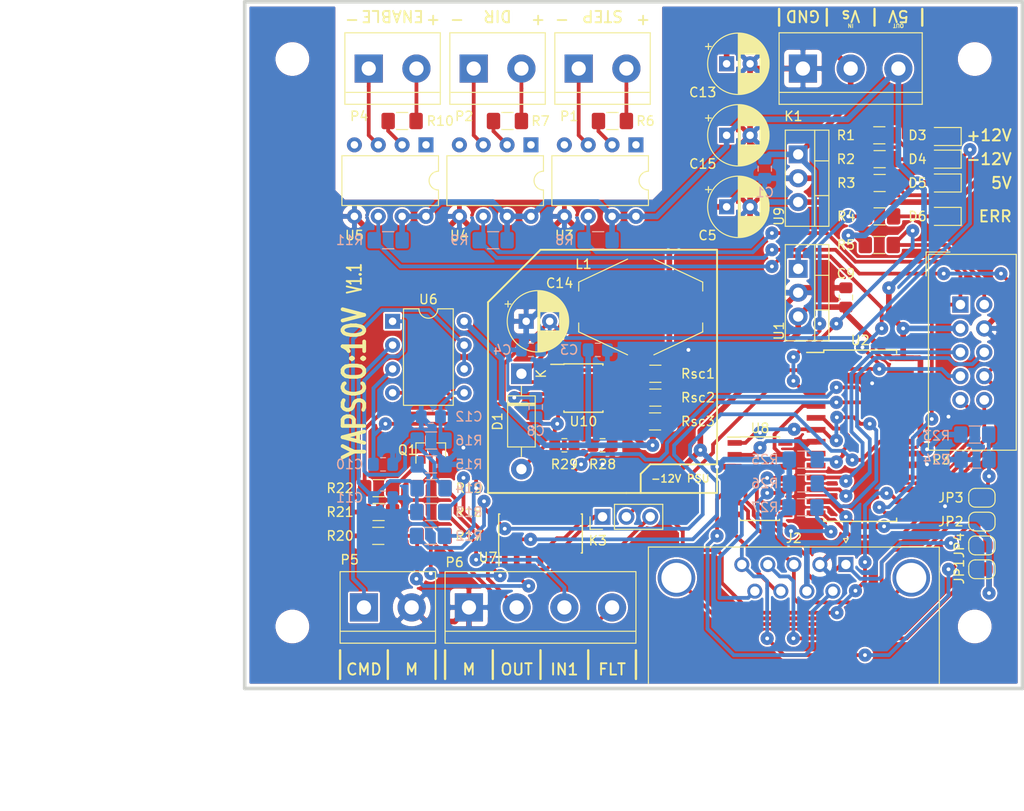
<source format=kicad_pcb>
(kicad_pcb (version 20171130) (host pcbnew "(5.1.7)-1")
  (title_block (date "28 apr 2009"))
  (layers (0 F.Cu signal) (31 B.Cu signal) (34 B.Paste user) (35 F.Paste user) (36 B.SilkS user) (37 F.SilkS user) (38 B.Mask user) (39 F.Mask user) (44 Edge.Cuts user))
  (net 0 "")
  (net 1 GND)
  (net 2 +12V)
  (net 3 -12V)
  (net 4 /SupplyCircuit/InputVoltageRail)
  (net 5 "Net-(C8-Pad1)")
  (net 6 +5V)
  (net 7 "Net-(C10-Pad2)")
  (net 8 "Net-(C11-Pad1)")
  (net 9 "Net-(C12-Pad1)")
  (net 10 "Net-(D1-Pad1)")
  (net 11 "Net-(D3-Pad1)")
  (net 12 "Net-(D4-Pad2)")
  (net 13 "Net-(D5-Pad1)")
  (net 14 "Net-(D6-Pad2)")
  (net 15 /Encoder/I-)
  (net 16 /Encoder/B-)
  (net 17 /Encoder/B+)
  (net 18 /Encoder/A-)
  (net 19 /Encoder/I+)
  (net 20 /Encoder/A+)
  (net 21 "Net-(J2-Pad0)")
  (net 22 "Net-(K3-Pad1)")
  (net 23 /InterfaceDriver/FLTA)
  (net 24 "Net-(K3-Pad3)")
  (net 25 "Net-(P1-Pad2)")
  (net 26 "Net-(P1-Pad1)")
  (net 27 "Net-(P2-Pad1)")
  (net 28 "Net-(P2-Pad2)")
  (net 29 /MotionControllerInput/STEP)
  (net 30 /MotionControllerInput/MCLR)
  (net 31 /dsPIC/TX)
  (net 32 /dsPIC/RX)
  (net 33 /MotionControllerInput/ENABLE)
  (net 34 /MotionControllerInput/DIR)
  (net 35 /MotionControllerInput/PGC)
  (net 36 /MotionControllerInput/PGD)
  (net 37 "Net-(P4-Pad2)")
  (net 38 "Net-(P4-Pad1)")
  (net 39 "Net-(P5-Pad1)")
  (net 40 "Net-(P6-Pad2)")
  (net 41 "Net-(P6-Pad3)")
  (net 42 "Net-(P6-Pad4)")
  (net 43 +2V5)
  (net 44 "Net-(Q1-Pad1)")
  (net 45 "Net-(Q1-Pad3)")
  (net 46 "Net-(R4-Pad1)")
  (net 47 "Net-(R6-Pad1)")
  (net 48 "Net-(R7-Pad1)")
  (net 49 "Net-(R10-Pad1)")
  (net 50 /dsPIC/PWM_H_A)
  (net 51 /InterfaceDriver/Neg)
  (net 52 "Net-(R14-Pad1)")
  (net 53 "Net-(R17-Pad1)")
  (net 54 "Net-(R18-Pad1)")
  (net 55 /InterfaceDriver/OUT1)
  (net 56 /Encoder/QEA)
  (net 57 /Encoder/QEB)
  (net 58 /Encoder/INDX)
  (net 59 "Net-(R28-Pad1)")
  (net 60 "Net-(Rsc1-Pad1)")
  (net 61 /InterfaceDriver/IN1)
  (net 62 "Net-(U2-Pad25)")
  (net 63 "Net-(U2-Pad24)")
  (net 64 "Net-(U2-Pad22)")
  (net 65 "Net-(U2-Pad10)")
  (net 66 "Net-(U2-Pad9)")
  (net 67 "Net-(J2-Pad4)")
  (module Jumper:SolderJumper-2_P1.3mm_Open_RoundedPad1.0x1.5mm (layer F.Cu) (at 190.246 125.984)
    (fp_text reference JP4 (at -2.413 0 90) (layer F.SilkS))
    (fp_text value SolderJumper_2_Open hide)
    (pad 2 smd custom (at 0.65 0) (size 1 0.5) (layers F.Cu F.Mask) (net 43 +2V5) (options (clearance outline) (anchor rect)) (primitives (gr_circle (center 0 0.25) (end 0.5 0.25) (width 0)) (gr_circle (center 0 -0.25) (end 0.5 -0.25) (width 0)) (gr_poly (pts (xy 0 -0.75) (xy -0.5 -0.75) (xy -0.5 0.75) (xy 0 0.75)) (width 0))))
    (pad 1 smd custom (at -0.65 0) (size 1 0.5) (layers F.Cu F.Mask) (net 15 /Encoder/I-) (options (clearance outline) (anchor rect)) (primitives (gr_circle (center 0 0.25) (end 0.5 0.25) (width 0)) (gr_circle (center 0 -0.25) (end 0.5 -0.25) (width 0)) (gr_poly (pts (xy 0 -0.75) (xy 0.5 -0.75) (xy 0.5 0.75) (xy 0 0.75)) (width 0))))
  )
  (module Jumper:SolderJumper-2_P1.3mm_Open_RoundedPad1.0x1.5mm (layer F.Cu) (at 190.246 120.904)
    (fp_text reference JP3 (at -3.302 0) (layer F.SilkS))
    (fp_text value SolderJumper_2_Open hide)
    (pad 2 smd custom (at 0.65 0) (size 1 0.5) (layers F.Cu F.Mask) (net 43 +2V5) (options (clearance outline) (anchor rect)) (primitives (gr_circle (center 0 0.25) (end 0.5 0.25) (width 0)) (gr_circle (center 0 -0.25) (end 0.5 -0.25) (width 0)) (gr_poly (pts (xy 0 -0.75) (xy -0.5 -0.75) (xy -0.5 0.75) (xy 0 0.75)) (width 0))))
    (pad 1 smd custom (at -0.65 0) (size 1 0.5) (layers F.Cu F.Mask) (net 16 /Encoder/B-) (options (clearance outline) (anchor rect)) (primitives (gr_circle (center 0 0.25) (end 0.5 0.25) (width 0)) (gr_circle (center 0 -0.25) (end 0.5 -0.25) (width 0)) (gr_poly (pts (xy 0 -0.75) (xy 0.5 -0.75) (xy 0.5 0.75) (xy 0 0.75)) (width 0))))
  )
  (module Jumper:SolderJumper-2_P1.3mm_Open_RoundedPad1.0x1.5mm (layer F.Cu) (at 190.246 123.444)
    (fp_text reference JP2 (at -3.302 0) (layer F.SilkS))
    (fp_text value SolderJumper_2_Open hide)
    (pad 2 smd custom (at 0.65 0) (size 1 0.5) (layers F.Cu F.Mask) (net 43 +2V5) (options (clearance outline) (anchor rect)) (primitives (gr_circle (center 0 0.25) (end 0.5 0.25) (width 0)) (gr_circle (center 0 -0.25) (end 0.5 -0.25) (width 0)) (gr_poly (pts (xy 0 -0.75) (xy -0.5 -0.75) (xy -0.5 0.75) (xy 0 0.75)) (width 0))))
    (pad 1 smd custom (at -0.65 0) (size 1 0.5) (layers F.Cu F.Mask) (net 18 /Encoder/A-) (options (clearance outline) (anchor rect)) (primitives (gr_circle (center 0 0.25) (end 0.5 0.25) (width 0)) (gr_circle (center 0 -0.25) (end 0.5 -0.25) (width 0)) (gr_poly (pts (xy 0 -0.75) (xy 0.5 -0.75) (xy 0.5 0.75) (xy 0 0.75)) (width 0))))
  )
  (module Jumper:SolderJumper-2_P1.3mm_Open_RoundedPad1.0x1.5mm (layer F.Cu) (at 190.246 128.524)
    (fp_text reference JP1 (at -2.413 0.254 270) (layer F.SilkS))
    (fp_text value SolderJumper_2_Open hide)
    (pad 2 smd custom (at 0.65 0) (size 1 0.5) (layers F.Cu F.Mask) (net 6 +5V) (options (clearance outline) (anchor rect)) (primitives (gr_circle (center 0 0.25) (end 0.5 0.25) (width 0)) (gr_circle (center 0 -0.25) (end 0.5 -0.25) (width 0)) (gr_poly (pts (xy 0 -0.75) (xy -0.5 -0.75) (xy -0.5 0.75) (xy 0 0.75)) (width 0))))
    (pad 1 smd custom (at -0.65 0) (size 1 0.5) (layers F.Cu F.Mask) (net 67 "Net-(J2-Pad4)") (options (clearance outline) (anchor rect)) (primitives (gr_circle (center 0 0.25) (end 0.5 0.25) (width 0)) (gr_circle (center 0 -0.25) (end 0.5 -0.25) (width 0)) (gr_poly (pts (xy 0 -0.75) (xy 0.5 -0.75) (xy 0.5 0.75) (xy 0 0.75)) (width 0))))
  )
  (module TerminalBlock:TerminalBlock_bornier-2_P5.08mm (layer F.Cu) (at 124.46 132.588)
    (fp_text reference P5 (at -1.524 -5.08) (layer F.SilkS))
    (fp_text value +-10V)
    (pad 2 thru_hole circle (at 5.08 0) (size 3 3) (drill 1.52) (layers *.Cu *.Mask) (net 1 GND))
    (pad 1 thru_hole rect (at 0 0) (size 3 3) (drill 1.52) (layers *.Cu *.Mask) (net 39 "Net-(P5-Pad1)"))
  )
  (module Connector_Dsub:DSUB-9_Female_Horizontal_P2.77x2.84mm_EdgePinOffset9.90mm_Housed_MountingHolesOffset11.32mm (layer F.Cu) (at 175.768 128.016)
    (fp_text reference J2 (at -5.54 -2.8) (layer F.SilkS))
    (fp_text value DB9_Female_MountingHoles)
    (pad 0 thru_hole circle (at 6.96 1.42) (size 4 4) (drill 3.2) (layers *.Cu *.Mask) (net 21 "Net-(J2-Pad0)"))
    (pad 0 thru_hole circle (at -18.04 1.42) (size 4 4) (drill 3.2) (layers *.Cu *.Mask) (net 21 "Net-(J2-Pad0)"))
    (pad 9 thru_hole circle (at -9.695 2.84) (size 1.6 1.6) (drill 1) (layers *.Cu *.Mask) (net 19 /Encoder/I+))
    (pad 8 thru_hole circle (at -6.925 2.84) (size 1.6 1.6) (drill 1) (layers *.Cu *.Mask) (net 17 /Encoder/B+))
    (pad 7 thru_hole circle (at -4.155 2.84) (size 1.6 1.6) (drill 1) (layers *.Cu *.Mask) (net 6 +5V))
    (pad 6 thru_hole circle (at -1.385 2.84) (size 1.6 1.6) (drill 1) (layers *.Cu *.Mask) (net 20 /Encoder/A+))
    (pad 5 thru_hole circle (at -11.08 0) (size 1.6 1.6) (drill 1) (layers *.Cu *.Mask) (net 15 /Encoder/I-))
    (pad 4 thru_hole circle (at -8.31 0) (size 1.6 1.6) (drill 1) (layers *.Cu *.Mask) (net 67 "Net-(J2-Pad4)"))
    (pad 3 thru_hole circle (at -5.54 0) (size 1.6 1.6) (drill 1) (layers *.Cu *.Mask) (net 16 /Encoder/B-))
    (pad 2 thru_hole circle (at -2.77 0) (size 1.6 1.6) (drill 1) (layers *.Cu *.Mask) (net 1 GND))
    (pad 1 thru_hole rect (at 0 0) (size 1.6 1.6) (drill 1) (layers *.Cu *.Mask) (net 18 /Encoder/A-))
  )
  (module Package_SO:SOIC-14_3.9x8.7mm_P1.27mm (layer F.Cu) (at 143.256 124.714 90)
    (fp_text reference U7 (at -2.54 -5.588 180) (layer F.SilkS))
    (fp_text value 74HC14)
    (pad 14 smd rect (at 2.7 -3.81 90) (size 1.5 0.6) (layers F.Cu F.Paste F.Mask) (net 6 +5V))
    (pad 13 smd rect (at 2.7 -2.54 90) (size 1.5 0.6) (layers F.Cu F.Paste F.Mask))
    (pad 12 smd rect (at 2.7 -1.27 90) (size 1.5 0.6) (layers F.Cu F.Paste F.Mask))
    (pad 11 smd rect (at 2.7 0 90) (size 1.5 0.6) (layers F.Cu F.Paste F.Mask))
    (pad 10 smd rect (at 2.7 1.27 90) (size 1.5 0.6) (layers F.Cu F.Paste F.Mask))
    (pad 9 smd rect (at 2.7 2.54 90) (size 1.5 0.6) (layers F.Cu F.Paste F.Mask))
    (pad 8 smd rect (at 2.7 3.81 90) (size 1.5 0.6) (layers F.Cu F.Paste F.Mask))
    (pad 7 smd rect (at -2.7 3.81 90) (size 1.5 0.6) (layers F.Cu F.Paste F.Mask) (net 1 GND))
    (pad 6 smd rect (at -2.7 2.54 90) (size 1.5 0.6) (layers F.Cu F.Paste F.Mask) (net 24 "Net-(K3-Pad3)"))
    (pad 5 smd rect (at -2.7 1.27 90) (size 1.5 0.6) (layers F.Cu F.Paste F.Mask) (net 22 "Net-(K3-Pad1)"))
    (pad 4 smd rect (at -2.7 0 90) (size 1.5 0.6) (layers F.Cu F.Paste F.Mask) (net 61 /InterfaceDriver/IN1))
    (pad 3 smd rect (at -2.7 -1.27 90) (size 1.5 0.6) (layers F.Cu F.Paste F.Mask) (net 54 "Net-(R18-Pad1)"))
    (pad 2 smd rect (at -2.7 -2.54 90) (size 1.5 0.6) (layers F.Cu F.Paste F.Mask) (net 22 "Net-(K3-Pad1)"))
    (pad 1 smd rect (at -2.7 -3.81 90) (size 1.5 0.6) (layers F.Cu F.Paste F.Mask) (net 53 "Net-(R17-Pad1)"))
  )
  (module MountingHole:MountingHole_3.2mm_M3_ISO7380 (layer F.Cu) (at 116.84 134.62)
    (fp_text reference H4 hide)
    (fp_text value MountingHole)
    (pad 1 np_thru_hole circle (at 0 0) (size 3.2 3.2) (drill 3.2) (layers *.Cu *.Mask))
  )
  (module MountingHole:MountingHole_3.2mm_M3_ISO7380 (layer F.Cu) (at 116.84 74.168)
    (fp_text reference H3 hide)
    (fp_text value MountingHole)
    (pad 1 np_thru_hole circle (at 0 0) (size 3.2 3.2) (drill 3.2) (layers *.Cu *.Mask))
  )
  (module MountingHole:MountingHole_3.2mm_M3_ISO7380 (layer F.Cu) (at 189.484 134.62)
    (fp_text reference H2 hide)
    (fp_text value MountingHole)
    (pad 1 np_thru_hole circle (at 0 0) (size 3.2 3.2) (drill 3.2) (layers *.Cu *.Mask))
  )
  (module MountingHole:MountingHole_3.2mm_M3_ISO7380 (layer F.Cu) (at 189.484 74.168)
    (fp_text reference H1 hide)
    (fp_text value MountingHole)
    (pad 1 np_thru_hole circle (at 0 0) (size 3.2 3.2) (drill 3.2) (layers *.Cu *.Mask))
  )
  (module Capacitor_SMD:C_0805_2012Metric_Pad1.15x1.40mm_HandSolder (layer B.Cu) (at 167.132 85.852 270)
    (fp_text reference C1 (at 2.531 0) (layer B.SilkS) (effects (justify mirror)))
    (fp_text value 100nF)
    (pad 2 smd roundrect (at 1.025 0 270) (size 1.15 1.4) (layers B.Cu B.Paste B.Mask) (roundrect_rratio 0.2173904347826087) (net 1 GND))
    (pad 1 smd roundrect (at -1.025 0 270) (size 1.15 1.4) (layers B.Cu B.Paste B.Mask) (roundrect_rratio 0.2173904347826087) (net 4 /SupplyCircuit/InputVoltageRail))
  )
  (module Capacitor_SMD:C_0805_2012Metric_Pad1.15x1.40mm_HandSolder (layer B.Cu) (at 149.352 105.156)
    (fp_text reference C3 (at -3.048 0 -180) (layer B.SilkS) (effects (justify mirror)))
    (fp_text value 100nF)
    (pad 2 smd roundrect (at 1.025 0) (size 1.15 1.4) (layers B.Cu B.Paste B.Mask) (roundrect_rratio 0.2173904347826087) (net 1 GND))
    (pad 1 smd roundrect (at -1.025 0) (size 1.15 1.4) (layers B.Cu B.Paste B.Mask) (roundrect_rratio 0.2173904347826087) (net 2 +12V))
  )
  (module Capacitor_SMD:C_0805_2012Metric_Pad1.15x1.40mm_HandSolder (layer B.Cu) (at 142.24 105.156)
    (fp_text reference C4 (at -3.048 0) (layer B.SilkS) (effects (justify mirror)))
    (fp_text value 100nF)
    (pad 2 smd roundrect (at 1.025 0) (size 1.15 1.4) (layers B.Cu B.Paste B.Mask) (roundrect_rratio 0.2173904347826087) (net 3 -12V))
    (pad 1 smd roundrect (at -1.025 0) (size 1.15 1.4) (layers B.Cu B.Paste B.Mask) (roundrect_rratio 0.2173904347826087) (net 1 GND))
  )
  (module Capacitor_THT:CP_Radial_D6.3mm_P2.50mm (layer F.Cu) (at 163.068 89.916)
    (fp_text reference C5 (at -2.032 3.048) (layer F.SilkS))
    (fp_text value 100uF)
    (pad 2 thru_hole circle (at 2.5 0) (size 1.6 1.6) (drill 0.8) (layers *.Cu *.Mask) (net 1 GND))
    (pad 1 thru_hole rect (at 0 0) (size 1.6 1.6) (drill 0.8) (layers *.Cu *.Mask) (net 2 +12V))
  )
  (module Capacitor_SMD:C_0805_2012Metric_Pad1.15x1.40mm_HandSolder (layer B.Cu) (at 142.748 111.243 270)
    (fp_text reference C8 (at 2.549 0) (layer B.SilkS) (effects (justify mirror)))
    (fp_text value 360p)
    (pad 2 smd roundrect (at 1.025 0 270) (size 1.15 1.4) (layers B.Cu B.Paste B.Mask) (roundrect_rratio 0.2173904347826087) (net 3 -12V))
    (pad 1 smd roundrect (at -1.025 0 270) (size 1.15 1.4) (layers B.Cu B.Paste B.Mask) (roundrect_rratio 0.2173904347826087) (net 5 "Net-(C8-Pad1)"))
  )
  (module Capacitor_SMD:C_0805_2012Metric_Pad1.15x1.40mm_HandSolder (layer F.Cu) (at 175.768 99.568 90)
    (fp_text reference C9 (at 2.531 0 180) (layer F.SilkS))
    (fp_text value 100nF)
    (pad 2 smd roundrect (at 1.025 0 90) (size 1.15 1.4) (layers F.Cu F.Paste F.Mask) (roundrect_rratio 0.2173904347826087) (net 1 GND))
    (pad 1 smd roundrect (at -1.025 0 90) (size 1.15 1.4) (layers F.Cu F.Paste F.Mask) (roundrect_rratio 0.2173904347826087) (net 6 +5V))
  )
  (module Capacitor_SMD:C_0805_2012Metric_Pad1.15x1.40mm_HandSolder (layer B.Cu) (at 126.492 117.348 180)
    (fp_text reference C10 (at 3.556 0 180) (layer B.SilkS) (effects (justify mirror)))
    (fp_text value 33nF)
    (pad 2 smd roundrect (at 1.025 0 180) (size 1.15 1.4) (layers B.Cu B.Paste B.Mask) (roundrect_rratio 0.2173904347826087) (net 7 "Net-(C10-Pad2)"))
    (pad 1 smd roundrect (at -1.025 0 180) (size 1.15 1.4) (layers B.Cu B.Paste B.Mask) (roundrect_rratio 0.2173904347826087) (net 1 GND))
  )
  (module Capacitor_SMD:C_0805_2012Metric_Pad1.15x1.40mm_HandSolder (layer B.Cu) (at 126.492 120.904)
    (fp_text reference C11 (at -3.556 0) (layer B.SilkS) (effects (justify mirror)))
    (fp_text value 33nF)
    (pad 2 smd roundrect (at 1.025 0) (size 1.15 1.4) (layers B.Cu B.Paste B.Mask) (roundrect_rratio 0.2173904347826087) (net 1 GND))
    (pad 1 smd roundrect (at -1.025 0) (size 1.15 1.4) (layers B.Cu B.Paste B.Mask) (roundrect_rratio 0.2173904347826087) (net 8 "Net-(C11-Pad1)"))
  )
  (module Capacitor_SMD:C_0805_2012Metric_Pad1.15x1.40mm_HandSolder (layer B.Cu) (at 131.581 112.268 180)
    (fp_text reference C12 (at -4.055 0 180) (layer B.SilkS) (effects (justify mirror)))
    (fp_text value 33nF)
    (pad 2 smd roundrect (at 1.025 0 180) (size 1.15 1.4) (layers B.Cu B.Paste B.Mask) (roundrect_rratio 0.2173904347826087) (net 1 GND))
    (pad 1 smd roundrect (at -1.025 0 180) (size 1.15 1.4) (layers B.Cu B.Paste B.Mask) (roundrect_rratio 0.2173904347826087) (net 9 "Net-(C12-Pad1)"))
  )
  (module Capacitor_THT:CP_Radial_D6.3mm_P2.50mm (layer F.Cu) (at 163.068 74.676)
    (fp_text reference C13 (at -2.54 3.048) (layer F.SilkS))
    (fp_text value 100uF)
    (pad 2 thru_hole circle (at 2.5 0) (size 1.6 1.6) (drill 0.8) (layers *.Cu *.Mask) (net 1 GND))
    (pad 1 thru_hole rect (at 0 0) (size 1.6 1.6) (drill 0.8) (layers *.Cu *.Mask) (net 4 /SupplyCircuit/InputVoltageRail))
  )
  (module Capacitor_THT:CP_Radial_D6.3mm_P2.50mm (layer F.Cu) (at 141.732 102.108)
    (fp_text reference C14 (at 3.556 -4.064) (layer F.SilkS))
    (fp_text value 100u)
    (pad 2 thru_hole circle (at 2.5 0) (size 1.6 1.6) (drill 0.8) (layers *.Cu *.Mask) (net 3 -12V))
    (pad 1 thru_hole rect (at 0 0) (size 1.6 1.6) (drill 0.8) (layers *.Cu *.Mask) (net 1 GND))
  )
  (module Capacitor_THT:CP_Radial_D6.3mm_P2.50mm (layer F.Cu) (at 163.068 82.296)
    (fp_text reference C15 (at -2.54 3.048) (layer F.SilkS))
    (fp_text value 100uF)
    (pad 2 thru_hole circle (at 2.5 0) (size 1.6 1.6) (drill 0.8) (layers *.Cu *.Mask) (net 1 GND))
    (pad 1 thru_hole rect (at 0 0) (size 1.6 1.6) (drill 0.8) (layers *.Cu *.Mask) (net 6 +5V))
  )
  (module Diode_THT:D_DO-41_SOD81_P10.16mm_Horizontal (layer F.Cu) (at 141.224 107.696 270)
    (fp_text reference D1 (at 5.08 2.54 90) (layer F.SilkS))
    (fp_text value 1N5819)
    (fp_text user K (at 0 -2.1 270) (layer F.SilkS))
    (pad 2 thru_hole oval (at 10.16 0 270) (size 2.2 2.2) (drill 1.1) (layers *.Cu *.Mask) (net 3 -12V))
    (pad 1 thru_hole rect (at 0 0 270) (size 2.2 2.2) (drill 1.1) (layers *.Cu *.Mask) (net 10 "Net-(D1-Pad1)"))
  )
  (module Diode_SMD:D_0805_2012Metric_Pad1.15x1.40mm_HandSolder (layer F.Cu) (at 186.182 82.423 180)
    (fp_text reference D3 (at 2.794 0.127 180) (layer F.SilkS))
    (fp_text value +12)
    (pad 2 smd roundrect (at 1.025 0 180) (size 1.15 1.4) (layers F.Cu F.Paste F.Mask) (roundrect_rratio 0.2173904347826087) (net 2 +12V))
    (pad 1 smd roundrect (at -1.025 0 180) (size 1.15 1.4) (layers F.Cu F.Paste F.Mask) (roundrect_rratio 0.2173904347826087) (net 11 "Net-(D3-Pad1)"))
  )
  (module Diode_SMD:D_0805_2012Metric_Pad1.15x1.40mm_HandSolder (layer F.Cu) (at 186.182 84.836 180)
    (fp_text reference D4 (at 2.794 0 180) (layer F.SilkS))
    (fp_text value -12)
    (pad 2 smd roundrect (at 1.025 0 180) (size 1.15 1.4) (layers F.Cu F.Paste F.Mask) (roundrect_rratio 0.2173904347826087) (net 12 "Net-(D4-Pad2)"))
    (pad 1 smd roundrect (at -1.025 0 180) (size 1.15 1.4) (layers F.Cu F.Paste F.Mask) (roundrect_rratio 0.2173904347826087) (net 3 -12V))
  )
  (module LED_SMD:LED_0805_2012Metric_Pad1.15x1.40mm_HandSolder (layer F.Cu) (at 186.182 87.376 180)
    (fp_text reference D5 (at 2.794 0 180) (layer F.SilkS))
    (fp_text value "LED 5V")
    (pad 2 smd roundrect (at 1.025 0 180) (size 1.15 1.4) (layers F.Cu F.Paste F.Mask) (roundrect_rratio 0.2173904347826087) (net 6 +5V))
    (pad 1 smd roundrect (at -1.025 0 180) (size 1.15 1.4) (layers F.Cu F.Paste F.Mask) (roundrect_rratio 0.2173904347826087) (net 13 "Net-(D5-Pad1)"))
  )
  (module LED_SMD:LED_0805_2012Metric_Pad1.15x1.40mm_HandSolder (layer F.Cu) (at 186.182 90.932 180)
    (fp_text reference D6 (at 2.794 0 180) (layer F.SilkS))
    (fp_text value LED)
    (pad 2 smd roundrect (at 1.025 0 180) (size 1.15 1.4) (layers F.Cu F.Paste F.Mask) (roundrect_rratio 0.2173904347826087) (net 14 "Net-(D6-Pad2)"))
    (pad 1 smd roundrect (at -1.025 0 180) (size 1.15 1.4) (layers F.Cu F.Paste F.Mask) (roundrect_rratio 0.2173904347826087) (net 1 GND))
  )
  (module TerminalBlock:TerminalBlock_bornier-3_P5.08mm (layer F.Cu) (at 171.196 75.184)
    (fp_text reference K1 (at -1.016 5.08) (layer F.SilkS))
    (fp_text value Supply)
    (pad 3 thru_hole circle (at 10.16 0) (size 3 3) (drill 1.52) (layers *.Cu *.Mask) (net 6 +5V))
    (pad 2 thru_hole circle (at 5.08 0) (size 3 3) (drill 1.52) (layers *.Cu *.Mask) (net 4 /SupplyCircuit/InputVoltageRail))
    (pad 1 thru_hole rect (at 0 0) (size 3 3) (drill 1.52) (layers *.Cu *.Mask) (net 1 GND))
  )
  (module Connector_PinHeader_2.54mm:PinHeader_1x03_P2.54mm_Vertical (layer F.Cu) (at 149.86 122.936 90)
    (fp_text reference K3 (at -2.54 -0.508 180) (layer F.SilkS))
    (fp_text value FautlPol)
    (pad 3 thru_hole oval (at 0 5.08 90) (size 1.7 1.7) (drill 1) (layers *.Cu *.Mask) (net 24 "Net-(K3-Pad3)"))
    (pad 2 thru_hole oval (at 0 2.54 90) (size 1.7 1.7) (drill 1) (layers *.Cu *.Mask) (net 23 /InterfaceDriver/FLTA))
    (pad 1 thru_hole rect (at 0 0 90) (size 1.7 1.7) (drill 1) (layers *.Cu *.Mask) (net 22 "Net-(K3-Pad1)"))
  )
  (module Inductor_SMD:L_Bourns-SRR1005 (layer F.Cu) (at 153.924 100.584)
    (fp_text reference L1 (at -6.096 -4.572 180) (layer F.SilkS))
    (fp_text value 1m)
    (pad 2 smd rect (at 5.15 0) (size 3 2.8) (layers F.Cu F.Paste F.Mask) (net 1 GND))
    (pad 1 smd rect (at -5.15 0) (size 3 2.8) (layers F.Cu F.Paste F.Mask) (net 10 "Net-(D1-Pad1)"))
  )
  (module TerminalBlock:TerminalBlock_bornier-2_P5.08mm (layer F.Cu) (at 147.32 75.184)
    (fp_text reference P1 (at -1.016 5.08) (layer F.SilkS))
    (fp_text value STEP)
    (pad 2 thru_hole circle (at 5.08 0) (size 3 3) (drill 1.52) (layers *.Cu *.Mask) (net 25 "Net-(P1-Pad2)"))
    (pad 1 thru_hole rect (at 0 0) (size 3 3) (drill 1.52) (layers *.Cu *.Mask) (net 26 "Net-(P1-Pad1)"))
  )
  (module TerminalBlock:TerminalBlock_bornier-2_P5.08mm (layer F.Cu) (at 136.144 75.184)
    (fp_text reference P2 (at -1.016 5.08) (layer F.SilkS))
    (fp_text value DIR)
    (pad 2 thru_hole circle (at 5.08 0) (size 3 3) (drill 1.52) (layers *.Cu *.Mask) (net 28 "Net-(P2-Pad2)"))
    (pad 1 thru_hole rect (at 0 0) (size 3 3) (drill 1.52) (layers *.Cu *.Mask) (net 27 "Net-(P2-Pad1)"))
  )
  (module TerminalBlock:TerminalBlock_bornier-2_P5.08mm (layer F.Cu) (at 124.968 75.184)
    (fp_text reference P4 (at -1.016 5.08) (layer F.SilkS))
    (fp_text value ENABLE)
    (pad 2 thru_hole circle (at 5.08 0) (size 3 3) (drill 1.52) (layers *.Cu *.Mask) (net 37 "Net-(P4-Pad2)"))
    (pad 1 thru_hole rect (at 0 0) (size 3 3) (drill 1.52) (layers *.Cu *.Mask) (net 38 "Net-(P4-Pad1)"))
  )
  (module TerminalBlock:TerminalBlock_bornier-4_P5.08mm (layer F.Cu) (at 135.636 132.588)
    (fp_text reference P6 (at -1.524 -4.8) (layer F.SilkS))
    (fp_text value InOut)
    (pad 4 thru_hole circle (at 15.24 0) (size 3 3) (drill 1.52) (layers *.Cu *.Mask) (net 42 "Net-(P6-Pad4)"))
    (pad 1 thru_hole rect (at 0 0) (size 3 3) (drill 1.52) (layers *.Cu *.Mask) (net 1 GND))
    (pad 3 thru_hole circle (at 10.16 0) (size 3 3) (drill 1.52) (layers *.Cu *.Mask) (net 41 "Net-(P6-Pad3)"))
    (pad 2 thru_hole circle (at 5.08 0) (size 3 3) (drill 1.52) (layers *.Cu *.Mask) (net 40 "Net-(P6-Pad2)"))
  )
  (module Package_TO_SOT_SMD:SOT-23 (layer F.Cu) (at 131.572 115.824 90)
    (fp_text reference Q1 (at 0 -2.5 180) (layer F.SilkS))
    (fp_text value NPN)
    (pad 3 smd rect (at 1 0 90) (size 0.9 0.8) (layers F.Cu F.Paste F.Mask) (net 45 "Net-(Q1-Pad3)"))
    (pad 2 smd rect (at -1 0.95 90) (size 0.9 0.8) (layers F.Cu F.Paste F.Mask) (net 1 GND))
    (pad 1 smd rect (at -1 -0.95 90) (size 0.9 0.8) (layers F.Cu F.Paste F.Mask) (net 44 "Net-(Q1-Pad1)"))
  )
  (module Resistor_SMD:R_1206_3216Metric_Pad1.42x1.75mm_HandSolder (layer F.Cu) (at 179.324 82.296)
    (fp_text reference R1 (at -3.556 0) (layer F.SilkS))
    (fp_text value 2K2)
    (pad 2 smd roundrect (at 1.4875 0) (size 1.425 1.75) (layers F.Cu F.Paste F.Mask) (roundrect_rratio 0.1754385964912281) (net 11 "Net-(D3-Pad1)"))
    (pad 1 smd roundrect (at -1.4875 0) (size 1.425 1.75) (layers F.Cu F.Paste F.Mask) (roundrect_rratio 0.1754385964912281) (net 1 GND))
  )
  (module Resistor_SMD:R_1206_3216Metric_Pad1.42x1.75mm_HandSolder (layer F.Cu) (at 179.3605 84.836)
    (fp_text reference R2 (at -3.5925 0) (layer F.SilkS))
    (fp_text value 2K2)
    (pad 2 smd roundrect (at 1.4875 0) (size 1.425 1.75) (layers F.Cu F.Paste F.Mask) (roundrect_rratio 0.1754385964912281) (net 12 "Net-(D4-Pad2)"))
    (pad 1 smd roundrect (at -1.4875 0) (size 1.425 1.75) (layers F.Cu F.Paste F.Mask) (roundrect_rratio 0.1754385964912281) (net 1 GND))
  )
  (module Resistor_SMD:R_1206_3216Metric_Pad1.42x1.75mm_HandSolder (layer F.Cu) (at 179.3605 87.376 180)
    (fp_text reference R3 (at 3.556 0) (layer F.SilkS))
    (fp_text value 470)
    (pad 2 smd roundrect (at 1.4875 0 180) (size 1.425 1.75) (layers F.Cu F.Paste F.Mask) (roundrect_rratio 0.1754385964912281) (net 1 GND))
    (pad 1 smd roundrect (at -1.4875 0 180) (size 1.425 1.75) (layers F.Cu F.Paste F.Mask) (roundrect_rratio 0.1754385964912281) (net 13 "Net-(D5-Pad1)"))
  )
  (module Resistor_SMD:R_1206_3216Metric_Pad1.42x1.75mm_HandSolder (layer F.Cu) (at 179.3605 90.932)
    (fp_text reference R4 (at -3.556 0) (layer F.SilkS))
    (fp_text value 470)
    (pad 2 smd roundrect (at 1.4875 0) (size 1.425 1.75) (layers F.Cu F.Paste F.Mask) (roundrect_rratio 0.1754385964912281) (net 14 "Net-(D6-Pad2)"))
    (pad 1 smd roundrect (at -1.4875 0) (size 1.425 1.75) (layers F.Cu F.Paste F.Mask) (roundrect_rratio 0.1754385964912281) (net 46 "Net-(R4-Pad1)"))
  )
  (module Resistor_SMD:R_1206_3216Metric_Pad1.42x1.75mm_HandSolder (layer F.Cu) (at 179.324 93.98)
    (fp_text reference R5 (at -3.556 0) (layer F.SilkS))
    (fp_text value 10K)
    (pad 2 smd roundrect (at 1.4875 0) (size 1.425 1.75) (layers F.Cu F.Paste F.Mask) (roundrect_rratio 0.1754385964912281) (net 30 /MotionControllerInput/MCLR))
    (pad 1 smd roundrect (at -1.4875 0) (size 1.425 1.75) (layers F.Cu F.Paste F.Mask) (roundrect_rratio 0.1754385964912281) (net 6 +5V))
  )
  (module Resistor_SMD:R_1206_3216Metric_Pad1.42x1.75mm_HandSolder (layer F.Cu) (at 150.9125 80.772)
    (fp_text reference R6 (at 3.5195 0) (layer F.SilkS))
    (fp_text value 470)
    (pad 2 smd roundrect (at 1.4875 0) (size 1.425 1.75) (layers F.Cu F.Paste F.Mask) (roundrect_rratio 0.1754385964912281) (net 25 "Net-(P1-Pad2)"))
    (pad 1 smd roundrect (at -1.4875 0) (size 1.425 1.75) (layers F.Cu F.Paste F.Mask) (roundrect_rratio 0.1754385964912281) (net 47 "Net-(R6-Pad1)"))
  )
  (module Resistor_SMD:R_1206_3216Metric_Pad1.42x1.75mm_HandSolder (layer F.Cu) (at 139.7365 80.772)
    (fp_text reference R7 (at 3.5195 0) (layer F.SilkS))
    (fp_text value 470)
    (pad 2 smd roundrect (at 1.4875 0) (size 1.425 1.75) (layers F.Cu F.Paste F.Mask) (roundrect_rratio 0.1754385964912281) (net 28 "Net-(P2-Pad2)"))
    (pad 1 smd roundrect (at -1.4875 0) (size 1.425 1.75) (layers F.Cu F.Paste F.Mask) (roundrect_rratio 0.1754385964912281) (net 48 "Net-(R7-Pad1)"))
  )
  (module Resistor_SMD:R_1206_3216Metric_Pad1.42x1.75mm_HandSolder (layer B.Cu) (at 149.3885 93.472 180)
    (fp_text reference R8 (at 3.5925 0 180) (layer B.SilkS) (effects (justify mirror)))
    (fp_text value 4K7)
    (pad 2 smd roundrect (at 1.4875 0 180) (size 1.425 1.75) (layers B.Cu B.Paste B.Mask) (roundrect_rratio 0.1754385964912281) (net 29 /MotionControllerInput/STEP))
    (pad 1 smd roundrect (at -1.4875 0 180) (size 1.425 1.75) (layers B.Cu B.Paste B.Mask) (roundrect_rratio 0.1754385964912281) (net 6 +5V))
  )
  (module Resistor_SMD:R_1206_3216Metric_Pad1.42x1.75mm_HandSolder (layer B.Cu) (at 138.2125 93.472 180)
    (fp_text reference R9 (at 3.5925 0 180) (layer B.SilkS) (effects (justify mirror)))
    (fp_text value 4K7)
    (pad 2 smd roundrect (at 1.4875 0 180) (size 1.425 1.75) (layers B.Cu B.Paste B.Mask) (roundrect_rratio 0.1754385964912281) (net 34 /MotionControllerInput/DIR))
    (pad 1 smd roundrect (at -1.4875 0 180) (size 1.425 1.75) (layers B.Cu B.Paste B.Mask) (roundrect_rratio 0.1754385964912281) (net 6 +5V))
  )
  (module Resistor_SMD:R_1206_3216Metric_Pad1.42x1.75mm_HandSolder (layer F.Cu) (at 128.524 80.772)
    (fp_text reference R10 (at 4.064 0) (layer F.SilkS))
    (fp_text value 470)
    (pad 2 smd roundrect (at 1.4875 0) (size 1.425 1.75) (layers F.Cu F.Paste F.Mask) (roundrect_rratio 0.1754385964912281) (net 37 "Net-(P4-Pad2)"))
    (pad 1 smd roundrect (at -1.4875 0) (size 1.425 1.75) (layers F.Cu F.Paste F.Mask) (roundrect_rratio 0.1754385964912281) (net 49 "Net-(R10-Pad1)"))
  )
  (module Resistor_SMD:R_1206_3216Metric_Pad1.42x1.75mm_HandSolder (layer B.Cu) (at 127.0365 93.472 180)
    (fp_text reference R11 (at 4.1005 0 180) (layer B.SilkS) (effects (justify mirror)))
    (fp_text value 4K7)
    (pad 2 smd roundrect (at 1.4875 0 180) (size 1.425 1.75) (layers B.Cu B.Paste B.Mask) (roundrect_rratio 0.1754385964912281) (net 33 /MotionControllerInput/ENABLE))
    (pad 1 smd roundrect (at -1.4875 0 180) (size 1.425 1.75) (layers B.Cu B.Paste B.Mask) (roundrect_rratio 0.1754385964912281) (net 6 +5V))
  )
  (module Resistor_SMD:R_1206_3216Metric_Pad1.42x1.75mm_HandSolder (layer B.Cu) (at 131.5355 124.968 180)
    (fp_text reference R12 (at -4.1005 0 180) (layer B.SilkS) (effects (justify mirror)))
    (fp_text value 22K)
    (pad 2 smd roundrect (at 1.4875 0 180) (size 1.425 1.75) (layers B.Cu B.Paste B.Mask) (roundrect_rratio 0.1754385964912281) (net 50 /dsPIC/PWM_H_A))
    (pad 1 smd roundrect (at -1.4875 0 180) (size 1.425 1.75) (layers B.Cu B.Paste B.Mask) (roundrect_rratio 0.1754385964912281) (net 7 "Net-(C10-Pad2)"))
  )
  (module Resistor_SMD:R_1206_3216Metric_Pad1.42x1.75mm_HandSolder (layer B.Cu) (at 131.572 122.428)
    (fp_text reference R13 (at 4.064 0) (layer B.SilkS) (effects (justify mirror)))
    (fp_text value 22K)
    (pad 2 smd roundrect (at 1.4875 0) (size 1.425 1.75) (layers B.Cu B.Paste B.Mask) (roundrect_rratio 0.1754385964912281) (net 51 /InterfaceDriver/Neg))
    (pad 1 smd roundrect (at -1.4875 0) (size 1.425 1.75) (layers B.Cu B.Paste B.Mask) (roundrect_rratio 0.1754385964912281) (net 8 "Net-(C11-Pad1)"))
  )
  (module Resistor_SMD:R_1206_3216Metric_Pad1.42x1.75mm_HandSolder (layer B.Cu) (at 131.6085 119.888 180)
    (fp_text reference R14 (at -4.0275 0 180) (layer B.SilkS) (effects (justify mirror)))
    (fp_text value 47K)
    (pad 2 smd roundrect (at 1.4875 0 180) (size 1.425 1.75) (layers B.Cu B.Paste B.Mask) (roundrect_rratio 0.1754385964912281) (net 8 "Net-(C11-Pad1)"))
    (pad 1 smd roundrect (at -1.4875 0 180) (size 1.425 1.75) (layers B.Cu B.Paste B.Mask) (roundrect_rratio 0.1754385964912281) (net 52 "Net-(R14-Pad1)"))
  )
  (module Resistor_SMD:R_1206_3216Metric_Pad1.42x1.75mm_HandSolder (layer B.Cu) (at 131.6085 117.348 180)
    (fp_text reference R15 (at -4.0275 0 180) (layer B.SilkS) (effects (justify mirror)))
    (fp_text value 47K)
    (pad 2 smd roundrect (at 1.4875 0 180) (size 1.425 1.75) (layers B.Cu B.Paste B.Mask) (roundrect_rratio 0.1754385964912281) (net 7 "Net-(C10-Pad2)"))
    (pad 1 smd roundrect (at -1.4875 0 180) (size 1.425 1.75) (layers B.Cu B.Paste B.Mask) (roundrect_rratio 0.1754385964912281) (net 1 GND))
  )
  (module Resistor_SMD:R_1206_3216Metric_Pad1.42x1.75mm_HandSolder (layer B.Cu) (at 131.6085 114.808 180)
    (fp_text reference R16 (at -4.0275 0 180) (layer B.SilkS) (effects (justify mirror)))
    (fp_text value 22k)
    (pad 2 smd roundrect (at 1.4875 0 180) (size 1.425 1.75) (layers B.Cu B.Paste B.Mask) (roundrect_rratio 0.1754385964912281) (net 52 "Net-(R14-Pad1)"))
    (pad 1 smd roundrect (at -1.4875 0 180) (size 1.425 1.75) (layers B.Cu B.Paste B.Mask) (roundrect_rratio 0.1754385964912281) (net 9 "Net-(C12-Pad1)"))
  )
  (module Resistor_SMD:R_1206_3216Metric_Pad1.42x1.75mm_HandSolder (layer F.Cu) (at 131.6085 124.968)
    (fp_text reference R17 (at 4.0275 0) (layer F.SilkS))
    (fp_text value R)
    (pad 2 smd roundrect (at 1.4875 0) (size 1.425 1.75) (layers F.Cu F.Paste F.Mask) (roundrect_rratio 0.1754385964912281) (net 42 "Net-(P6-Pad4)"))
    (pad 1 smd roundrect (at -1.4875 0) (size 1.425 1.75) (layers F.Cu F.Paste F.Mask) (roundrect_rratio 0.1754385964912281) (net 53 "Net-(R17-Pad1)"))
  )
  (module Resistor_SMD:R_1206_3216Metric_Pad1.42x1.75mm_HandSolder (layer F.Cu) (at 131.6085 122.428)
    (fp_text reference R18 (at 4.0275 0) (layer F.SilkS))
    (fp_text value R)
    (pad 2 smd roundrect (at 1.4875 0) (size 1.425 1.75) (layers F.Cu F.Paste F.Mask) (roundrect_rratio 0.1754385964912281) (net 41 "Net-(P6-Pad3)"))
    (pad 1 smd roundrect (at -1.4875 0) (size 1.425 1.75) (layers F.Cu F.Paste F.Mask) (roundrect_rratio 0.1754385964912281) (net 54 "Net-(R18-Pad1)"))
  )
  (module Resistor_SMD:R_1206_3216Metric_Pad1.42x1.75mm_HandSolder (layer F.Cu) (at 131.6085 119.888)
    (fp_text reference R19 (at 4.064 0) (layer F.SilkS))
    (fp_text value 100)
    (pad 2 smd roundrect (at 1.4875 0) (size 1.425 1.75) (layers F.Cu F.Paste F.Mask) (roundrect_rratio 0.1754385964912281) (net 40 "Net-(P6-Pad2)"))
    (pad 1 smd roundrect (at -1.4875 0) (size 1.425 1.75) (layers F.Cu F.Paste F.Mask) (roundrect_rratio 0.1754385964912281) (net 45 "Net-(Q1-Pad3)"))
  )
  (module Resistor_SMD:R_1206_3216Metric_Pad1.42x1.75mm_HandSolder (layer F.Cu) (at 125.984 124.968)
    (fp_text reference R20 (at -4.064 0) (layer F.SilkS))
    (fp_text value R)
    (pad 2 smd roundrect (at 1.4875 0) (size 1.425 1.75) (layers F.Cu F.Paste F.Mask) (roundrect_rratio 0.1754385964912281) (net 53 "Net-(R17-Pad1)"))
    (pad 1 smd roundrect (at -1.4875 0) (size 1.425 1.75) (layers F.Cu F.Paste F.Mask) (roundrect_rratio 0.1754385964912281) (net 1 GND))
  )
  (module Resistor_SMD:R_1206_3216Metric_Pad1.42x1.75mm_HandSolder (layer F.Cu) (at 126.0205 122.428)
    (fp_text reference R21 (at -4.1005 0) (layer F.SilkS))
    (fp_text value R)
    (pad 2 smd roundrect (at 1.4875 0) (size 1.425 1.75) (layers F.Cu F.Paste F.Mask) (roundrect_rratio 0.1754385964912281) (net 54 "Net-(R18-Pad1)"))
    (pad 1 smd roundrect (at -1.4875 0) (size 1.425 1.75) (layers F.Cu F.Paste F.Mask) (roundrect_rratio 0.1754385964912281) (net 1 GND))
  )
  (module Resistor_SMD:R_1206_3216Metric_Pad1.42x1.75mm_HandSolder (layer F.Cu) (at 126.0205 119.888)
    (fp_text reference R22 (at -4.1005 0) (layer F.SilkS))
    (fp_text value 1K)
    (pad 2 smd roundrect (at 1.4875 0) (size 1.425 1.75) (layers F.Cu F.Paste F.Mask) (roundrect_rratio 0.1754385964912281) (net 44 "Net-(Q1-Pad1)"))
    (pad 1 smd roundrect (at -1.4875 0) (size 1.425 1.75) (layers F.Cu F.Paste F.Mask) (roundrect_rratio 0.1754385964912281) (net 55 /InterfaceDriver/OUT1))
  )
  (module Resistor_SMD:R_1206_3216Metric_Pad1.42x1.75mm_HandSolder (layer B.Cu) (at 189.484 114.173)
    (fp_text reference R23 (at -4.064 0.127) (layer B.SilkS) (effects (justify mirror)))
    (fp_text value 1K)
    (pad 2 smd roundrect (at 1.4875 0) (size 1.425 1.75) (layers B.Cu B.Paste B.Mask) (roundrect_rratio 0.1754385964912281) (net 43 +2V5))
    (pad 1 smd roundrect (at -1.4875 0) (size 1.425 1.75) (layers B.Cu B.Paste B.Mask) (roundrect_rratio 0.1754385964912281) (net 6 +5V))
  )
  (module Resistor_SMD:R_1206_3216Metric_Pad1.42x1.75mm_HandSolder (layer B.Cu) (at 189.5205 116.84 180)
    (fp_text reference R24 (at 4.1005 0 180) (layer B.SilkS) (effects (justify mirror)))
    (fp_text value 1K)
    (pad 2 smd roundrect (at 1.4875 0 180) (size 1.425 1.75) (layers B.Cu B.Paste B.Mask) (roundrect_rratio 0.1754385964912281) (net 1 GND))
    (pad 1 smd roundrect (at -1.4875 0 180) (size 1.425 1.75) (layers B.Cu B.Paste B.Mask) (roundrect_rratio 0.1754385964912281) (net 43 +2V5))
  )
  (module Resistor_SMD:R_1206_3216Metric_Pad1.42x1.75mm_HandSolder (layer B.Cu) (at 171.2325 116.84)
    (fp_text reference R25 (at -4.1005 0) (layer B.SilkS) (effects (justify mirror)))
    (fp_text value 4K7)
    (pad 2 smd roundrect (at 1.4875 0) (size 1.425 1.75) (layers B.Cu B.Paste B.Mask) (roundrect_rratio 0.1754385964912281) (net 56 /Encoder/QEA))
    (pad 1 smd roundrect (at -1.4875 0) (size 1.425 1.75) (layers B.Cu B.Paste B.Mask) (roundrect_rratio 0.1754385964912281) (net 6 +5V))
  )
  (module Resistor_SMD:R_1206_3216Metric_Pad1.42x1.75mm_HandSolder (layer B.Cu) (at 171.2325 119.38)
    (fp_text reference R26 (at -4.1005 0) (layer B.SilkS) (effects (justify mirror)))
    (fp_text value 4K7)
    (pad 2 smd roundrect (at 1.4875 0) (size 1.425 1.75) (layers B.Cu B.Paste B.Mask) (roundrect_rratio 0.1754385964912281) (net 57 /Encoder/QEB))
    (pad 1 smd roundrect (at -1.4875 0) (size 1.425 1.75) (layers B.Cu B.Paste B.Mask) (roundrect_rratio 0.1754385964912281) (net 6 +5V))
  )
  (module Resistor_SMD:R_1206_3216Metric_Pad1.42x1.75mm_HandSolder (layer B.Cu) (at 171.196 121.92)
    (fp_text reference R27 (at -4.064 0) (layer B.SilkS) (effects (justify mirror)))
    (fp_text value 4K7)
    (pad 2 smd roundrect (at 1.4875 0) (size 1.425 1.75) (layers B.Cu B.Paste B.Mask) (roundrect_rratio 0.1754385964912281) (net 58 /Encoder/INDX))
    (pad 1 smd roundrect (at -1.4875 0) (size 1.425 1.75) (layers B.Cu B.Paste B.Mask) (roundrect_rratio 0.1754385964912281) (net 6 +5V))
  )
  (module Resistor_SMD:R_0805_2012Metric_Pad1.15x1.40mm_HandSolder (layer F.Cu) (at 149.86 115.316)
    (fp_text reference R28 (at 0 2.032) (layer F.SilkS))
    (fp_text value 8K6)
    (pad 2 smd roundrect (at 1.025 0) (size 1.15 1.4) (layers F.Cu F.Paste F.Mask) (roundrect_rratio 0.2173904347826087) (net 1 GND))
    (pad 1 smd roundrect (at -1.025 0) (size 1.15 1.4) (layers F.Cu F.Paste F.Mask) (roundrect_rratio 0.2173904347826087) (net 59 "Net-(R28-Pad1)"))
  )
  (module Resistor_SMD:R_0805_2012Metric_Pad1.15x1.40mm_HandSolder (layer F.Cu) (at 145.796 115.316 180)
    (fp_text reference R29 (at 0 -2.032 180) (layer F.SilkS))
    (fp_text value 1K)
    (pad 2 smd roundrect (at 1.025 0 180) (size 1.15 1.4) (layers F.Cu F.Paste F.Mask) (roundrect_rratio 0.2173904347826087) (net 3 -12V))
    (pad 1 smd roundrect (at -1.025 0 180) (size 1.15 1.4) (layers F.Cu F.Paste F.Mask) (roundrect_rratio 0.2173904347826087) (net 59 "Net-(R28-Pad1)"))
  )
  (module Resistor_SMD:R_1206_3216Metric_Pad1.42x1.75mm_HandSolder (layer F.Cu) (at 155.4845 107.696)
    (fp_text reference Rsc1 (at 4.5355 0) (layer F.SilkS))
    (fp_text value 1R)
    (pad 2 smd roundrect (at 1.4875 0) (size 1.425 1.75) (layers F.Cu F.Paste F.Mask) (roundrect_rratio 0.1754385964912281) (net 2 +12V))
    (pad 1 smd roundrect (at -1.4875 0) (size 1.425 1.75) (layers F.Cu F.Paste F.Mask) (roundrect_rratio 0.1754385964912281) (net 60 "Net-(Rsc1-Pad1)"))
  )
  (module Resistor_SMD:R_1206_3216Metric_Pad1.42x1.75mm_HandSolder (layer F.Cu) (at 155.4845 110.236)
    (fp_text reference Rsc2 (at 4.5355 0) (layer F.SilkS))
    (fp_text value 1R)
    (pad 2 smd roundrect (at 1.4875 0) (size 1.425 1.75) (layers F.Cu F.Paste F.Mask) (roundrect_rratio 0.1754385964912281) (net 2 +12V))
    (pad 1 smd roundrect (at -1.4875 0) (size 1.425 1.75) (layers F.Cu F.Paste F.Mask) (roundrect_rratio 0.1754385964912281) (net 60 "Net-(Rsc1-Pad1)"))
  )
  (module Resistor_SMD:R_1206_3216Metric_Pad1.42x1.75mm_HandSolder (layer F.Cu) (at 155.448 112.776)
    (fp_text reference Rsc3 (at 4.572 0) (layer F.SilkS))
    (fp_text value 1R)
    (pad 2 smd roundrect (at 1.4875 0) (size 1.425 1.75) (layers F.Cu F.Paste F.Mask) (roundrect_rratio 0.1754385964912281) (net 2 +12V))
    (pad 1 smd roundrect (at -1.4875 0) (size 1.425 1.75) (layers F.Cu F.Paste F.Mask) (roundrect_rratio 0.1754385964912281) (net 60 "Net-(Rsc1-Pad1)"))
  )
  (module Package_TO_SOT_THT:TO-220-3_Vertical (layer F.Cu) (at 170.688 96.52 270)
    (fp_text reference U1 (at 6.604 2.032 90) (layer F.SilkS))
    (fp_text value 7805)
    (pad 3 thru_hole oval (at 5.08 0 270) (size 1.905 2) (drill 1.1) (layers *.Cu *.Mask) (net 6 +5V))
    (pad 2 thru_hole oval (at 2.54 0 270) (size 1.905 2) (drill 1.1) (layers *.Cu *.Mask) (net 1 GND))
    (pad 1 thru_hole rect (at 0 0 270) (size 1.905 2) (drill 1.1) (layers *.Cu *.Mask) (net 4 /SupplyCircuit/InputVoltageRail))
  )
  (module Package_SO:SOIC-28W_7.5x17.9mm_P1.27mm (layer F.Cu) (at 177.292 114.3)
    (fp_text reference U2 (at 0 -10.16) (layer F.SilkS))
    (fp_text value dsPIC30F4012)
    (pad 28 smd rect (at 4.7 -8.255) (size 2 0.6) (layers F.Cu F.Paste F.Mask) (net 6 +5V))
    (pad 27 smd rect (at 4.7 -6.985) (size 2 0.6) (layers F.Cu F.Paste F.Mask) (net 1 GND))
    (pad 26 smd rect (at 4.7 -5.715) (size 2 0.6) (layers F.Cu F.Paste F.Mask) (net 55 /InterfaceDriver/OUT1))
    (pad 25 smd rect (at 4.7 -4.445) (size 2 0.6) (layers F.Cu F.Paste F.Mask) (net 62 "Net-(U2-Pad25)"))
    (pad 24 smd rect (at 4.7 -3.175) (size 2 0.6) (layers F.Cu F.Paste F.Mask) (net 63 "Net-(U2-Pad24)"))
    (pad 23 smd rect (at 4.7 -1.905) (size 2 0.6) (layers F.Cu F.Paste F.Mask) (net 50 /dsPIC/PWM_H_A))
    (pad 22 smd rect (at 4.7 -0.635) (size 2 0.6) (layers F.Cu F.Paste F.Mask) (net 64 "Net-(U2-Pad22)"))
    (pad 21 smd rect (at 4.7 0.635) (size 2 0.6) (layers F.Cu F.Paste F.Mask) (net 51 /InterfaceDriver/Neg))
    (pad 20 smd rect (at 4.7 1.905) (size 2 0.6) (layers F.Cu F.Paste F.Mask) (net 6 +5V))
    (pad 19 smd rect (at 4.7 3.175) (size 2 0.6) (layers F.Cu F.Paste F.Mask) (net 1 GND))
    (pad 18 smd rect (at 4.7 4.445) (size 2 0.6) (layers F.Cu F.Paste F.Mask) (net 35 /MotionControllerInput/PGC))
    (pad 17 smd rect (at 4.7 5.715) (size 2 0.6) (layers F.Cu F.Paste F.Mask) (net 36 /MotionControllerInput/PGD))
    (pad 16 smd rect (at 4.7 6.985) (size 2 0.6) (layers F.Cu F.Paste F.Mask) (net 23 /InterfaceDriver/FLTA))
    (pad 15 smd rect (at 4.7 8.255) (size 2 0.6) (layers F.Cu F.Paste F.Mask) (net 29 /MotionControllerInput/STEP))
    (pad 14 smd rect (at -4.7 8.255) (size 2 0.6) (layers F.Cu F.Paste F.Mask) (net 34 /MotionControllerInput/DIR))
    (pad 13 smd rect (at -4.7 6.985) (size 2 0.6) (layers F.Cu F.Paste F.Mask) (net 6 +5V))
    (pad 12 smd rect (at -4.7 5.715) (size 2 0.6) (layers F.Cu F.Paste F.Mask) (net 32 /dsPIC/RX))
    (pad 11 smd rect (at -4.7 4.445) (size 2 0.6) (layers F.Cu F.Paste F.Mask) (net 31 /dsPIC/TX))
    (pad 10 smd rect (at -4.7 3.175) (size 2 0.6) (layers F.Cu F.Paste F.Mask) (net 65 "Net-(U2-Pad10)"))
    (pad 9 smd rect (at -4.7 1.905) (size 2 0.6) (layers F.Cu F.Paste F.Mask) (net 66 "Net-(U2-Pad9)"))
    (pad 8 smd rect (at -4.7 0.635) (size 2 0.6) (layers F.Cu F.Paste F.Mask) (net 1 GND))
    (pad 7 smd rect (at -4.7 -0.635) (size 2 0.6) (layers F.Cu F.Paste F.Mask) (net 57 /Encoder/QEB))
    (pad 6 smd rect (at -4.7 -1.905) (size 2 0.6) (layers F.Cu F.Paste F.Mask) (net 56 /Encoder/QEA))
    (pad 5 smd rect (at -4.7 -3.175) (size 2 0.6) (layers F.Cu F.Paste F.Mask) (net 58 /Encoder/INDX))
    (pad 4 smd rect (at -4.7 -4.445) (size 2 0.6) (layers F.Cu F.Paste F.Mask) (net 46 "Net-(R4-Pad1)"))
    (pad 3 smd rect (at -4.7 -5.715) (size 2 0.6) (layers F.Cu F.Paste F.Mask) (net 33 /MotionControllerInput/ENABLE))
    (pad 2 smd rect (at -4.7 -6.985) (size 2 0.6) (layers F.Cu F.Paste F.Mask) (net 61 /InterfaceDriver/IN1))
    (pad 1 smd rect (at -4.7 -8.255) (size 2 0.6) (layers F.Cu F.Paste F.Mask) (net 30 /MotionControllerInput/MCLR))
  )
  (module Package_DIP:DIP-8_W7.62mm (layer F.Cu) (at 153.416 83.312 270)
    (fp_text reference U3 (at 9.652 7.62) (layer F.SilkS))
    (fp_text value 6N137)
    (pad 8 thru_hole oval (at 7.62 0 270) (size 1.6 1.6) (drill 0.8) (layers *.Cu *.Mask) (net 6 +5V))
    (pad 4 thru_hole oval (at 0 7.62 270) (size 1.6 1.6) (drill 0.8) (layers *.Cu *.Mask))
    (pad 7 thru_hole oval (at 7.62 2.54 270) (size 1.6 1.6) (drill 0.8) (layers *.Cu *.Mask) (net 6 +5V))
    (pad 3 thru_hole oval (at 0 5.08 270) (size 1.6 1.6) (drill 0.8) (layers *.Cu *.Mask) (net 26 "Net-(P1-Pad1)"))
    (pad 6 thru_hole oval (at 7.62 5.08 270) (size 1.6 1.6) (drill 0.8) (layers *.Cu *.Mask) (net 29 /MotionControllerInput/STEP))
    (pad 2 thru_hole oval (at 0 2.54 270) (size 1.6 1.6) (drill 0.8) (layers *.Cu *.Mask) (net 47 "Net-(R6-Pad1)"))
    (pad 5 thru_hole oval (at 7.62 7.62 270) (size 1.6 1.6) (drill 0.8) (layers *.Cu *.Mask) (net 1 GND))
    (pad 1 thru_hole rect (at 0 0 270) (size 1.6 1.6) (drill 0.8) (layers *.Cu *.Mask))
  )
  (module Package_DIP:DIP-8_W7.62mm (layer F.Cu) (at 142.24 83.312 270)
    (fp_text reference U4 (at 9.652 7.62) (layer F.SilkS))
    (fp_text value 6N137)
    (pad 8 thru_hole oval (at 7.62 0 270) (size 1.6 1.6) (drill 0.8) (layers *.Cu *.Mask) (net 6 +5V))
    (pad 4 thru_hole oval (at 0 7.62 270) (size 1.6 1.6) (drill 0.8) (layers *.Cu *.Mask))
    (pad 7 thru_hole oval (at 7.62 2.54 270) (size 1.6 1.6) (drill 0.8) (layers *.Cu *.Mask) (net 6 +5V))
    (pad 3 thru_hole oval (at 0 5.08 270) (size 1.6 1.6) (drill 0.8) (layers *.Cu *.Mask) (net 27 "Net-(P2-Pad1)"))
    (pad 6 thru_hole oval (at 7.62 5.08 270) (size 1.6 1.6) (drill 0.8) (layers *.Cu *.Mask) (net 34 /MotionControllerInput/DIR))
    (pad 2 thru_hole oval (at 0 2.54 270) (size 1.6 1.6) (drill 0.8) (layers *.Cu *.Mask) (net 48 "Net-(R7-Pad1)"))
    (pad 5 thru_hole oval (at 7.62 7.62 270) (size 1.6 1.6) (drill 0.8) (layers *.Cu *.Mask) (net 1 GND))
    (pad 1 thru_hole rect (at 0 0 270) (size 1.6 1.6) (drill 0.8) (layers *.Cu *.Mask))
  )
  (module Package_DIP:DIP-8_W7.62mm (layer F.Cu) (at 131.064 83.312 270)
    (fp_text reference U5 (at 9.652 7.62) (layer F.SilkS))
    (fp_text value 6N137)
    (pad 1 thru_hole rect (at 0 0 270) (size 1.6 1.6) (drill 0.8) (layers *.Cu *.Mask))
    (pad 5 thru_hole oval (at 7.62 7.62 270) (size 1.6 1.6) (drill 0.8) (layers *.Cu *.Mask) (net 1 GND))
    (pad 2 thru_hole oval (at 0 2.54 270) (size 1.6 1.6) (drill 0.8) (layers *.Cu *.Mask) (net 49 "Net-(R10-Pad1)"))
    (pad 6 thru_hole oval (at 7.62 5.08 270) (size 1.6 1.6) (drill 0.8) (layers *.Cu *.Mask) (net 33 /MotionControllerInput/ENABLE))
    (pad 3 thru_hole oval (at 0 5.08 270) (size 1.6 1.6) (drill 0.8) (layers *.Cu *.Mask) (net 38 "Net-(P4-Pad1)"))
    (pad 7 thru_hole oval (at 7.62 2.54 270) (size 1.6 1.6) (drill 0.8) (layers *.Cu *.Mask) (net 6 +5V))
    (pad 4 thru_hole oval (at 0 7.62 270) (size 1.6 1.6) (drill 0.8) (layers *.Cu *.Mask))
    (pad 8 thru_hole oval (at 7.62 0 270) (size 1.6 1.6) (drill 0.8) (layers *.Cu *.Mask) (net 6 +5V))
  )
  (module Package_DIP:DIP-8_W7.62mm (layer F.Cu) (at 127.508 102.108)
    (fp_text reference U6 (at 3.81 -2.33) (layer F.SilkS))
    (fp_text value LM358)
    (pad 8 thru_hole oval (at 7.62 0) (size 1.6 1.6) (drill 0.8) (layers *.Cu *.Mask) (net 2 +12V))
    (pad 4 thru_hole oval (at 0 7.62) (size 1.6 1.6) (drill 0.8) (layers *.Cu *.Mask) (net 3 -12V))
    (pad 7 thru_hole oval (at 7.62 2.54) (size 1.6 1.6) (drill 0.8) (layers *.Cu *.Mask) (net 39 "Net-(P5-Pad1)"))
    (pad 3 thru_hole oval (at 0 5.08) (size 1.6 1.6) (drill 0.8) (layers *.Cu *.Mask) (net 7 "Net-(C10-Pad2)"))
    (pad 6 thru_hole oval (at 7.62 5.08) (size 1.6 1.6) (drill 0.8) (layers *.Cu *.Mask) (net 39 "Net-(P5-Pad1)"))
    (pad 2 thru_hole oval (at 0 2.54) (size 1.6 1.6) (drill 0.8) (layers *.Cu *.Mask) (net 8 "Net-(C11-Pad1)"))
    (pad 5 thru_hole oval (at 7.62 7.62) (size 1.6 1.6) (drill 0.8) (layers *.Cu *.Mask) (net 9 "Net-(C12-Pad1)"))
    (pad 1 thru_hole rect (at 0 0) (size 1.6 1.6) (drill 0.8) (layers *.Cu *.Mask) (net 52 "Net-(R14-Pad1)"))
  )
  (module Package_SO:SOIC-14_3.9x8.7mm_P1.27mm (layer F.Cu) (at 166.624 118.872)
    (fp_text reference U8 (at 0 -5.375) (layer F.SilkS))
    (fp_text value LM339D)
    (pad 14 smd rect (at 2.7 -3.81) (size 1.5 0.6) (layers F.Cu F.Paste F.Mask))
    (pad 13 smd rect (at 2.7 -2.54) (size 1.5 0.6) (layers F.Cu F.Paste F.Mask) (net 58 /Encoder/INDX))
    (pad 12 smd rect (at 2.7 -1.27) (size 1.5 0.6) (layers F.Cu F.Paste F.Mask) (net 1 GND))
    (pad 11 smd rect (at 2.7 0) (size 1.5 0.6) (layers F.Cu F.Paste F.Mask) (net 19 /Encoder/I+))
    (pad 10 smd rect (at 2.7 1.27) (size 1.5 0.6) (layers F.Cu F.Paste F.Mask) (net 15 /Encoder/I-))
    (pad 9 smd rect (at 2.7 2.54) (size 1.5 0.6) (layers F.Cu F.Paste F.Mask))
    (pad 8 smd rect (at 2.7 3.81) (size 1.5 0.6) (layers F.Cu F.Paste F.Mask))
    (pad 7 smd rect (at -2.7 3.81) (size 1.5 0.6) (layers F.Cu F.Paste F.Mask) (net 17 /Encoder/B+))
    (pad 6 smd rect (at -2.7 2.54) (size 1.5 0.6) (layers F.Cu F.Paste F.Mask) (net 16 /Encoder/B-))
    (pad 5 smd rect (at -2.7 1.27) (size 1.5 0.6) (layers F.Cu F.Paste F.Mask) (net 20 /Encoder/A+))
    (pad 4 smd rect (at -2.7 0) (size 1.5 0.6) (layers F.Cu F.Paste F.Mask) (net 18 /Encoder/A-))
    (pad 3 smd rect (at -2.7 -1.27) (size 1.5 0.6) (layers F.Cu F.Paste F.Mask) (net 6 +5V))
    (pad 2 smd rect (at -2.7 -2.54) (size 1.5 0.6) (layers F.Cu F.Paste F.Mask) (net 56 /Encoder/QEA))
    (pad 1 smd rect (at -2.7 -3.81) (size 1.5 0.6) (layers F.Cu F.Paste F.Mask) (net 57 /Encoder/QEB))
  )
  (module Package_TO_SOT_THT:TO-220-3_Vertical (layer F.Cu) (at 170.688 84.328 270)
    (fp_text reference U9 (at 6.604 2.032 90) (layer F.SilkS))
    (fp_text value L7812)
    (pad 3 thru_hole oval (at 5.08 0 270) (size 1.905 2) (drill 1.1) (layers *.Cu *.Mask) (net 2 +12V))
    (pad 2 thru_hole oval (at 2.54 0 270) (size 1.905 2) (drill 1.1) (layers *.Cu *.Mask) (net 1 GND))
    (pad 1 thru_hole rect (at 0 0 270) (size 1.905 2) (drill 1.1) (layers *.Cu *.Mask) (net 4 /SupplyCircuit/InputVoltageRail))
  )
  (module Package_SO:SOIC-8_3.9x4.9mm_P1.27mm (layer F.Cu) (at 147.828 109.22)
    (fp_text reference U10 (at 0 3.556) (layer F.SilkS))
    (fp_text value MC33063AD)
    (pad 8 smd rect (at 2.7 -1.905) (size 1.55 0.6) (layers F.Cu F.Paste F.Mask) (net 60 "Net-(Rsc1-Pad1)"))
    (pad 7 smd rect (at 2.7 -0.635) (size 1.55 0.6) (layers F.Cu F.Paste F.Mask) (net 60 "Net-(Rsc1-Pad1)"))
    (pad 6 smd rect (at 2.7 0.635) (size 1.55 0.6) (layers F.Cu F.Paste F.Mask) (net 2 +12V))
    (pad 5 smd rect (at 2.7 1.905) (size 1.55 0.6) (layers F.Cu F.Paste F.Mask) (net 59 "Net-(R28-Pad1)"))
    (pad 4 smd rect (at -2.7 1.905) (size 1.55 0.6) (layers F.Cu F.Paste F.Mask) (net 3 -12V))
    (pad 3 smd rect (at -2.7 0.635) (size 1.55 0.6) (layers F.Cu F.Paste F.Mask) (net 5 "Net-(C8-Pad1)"))
    (pad 2 smd rect (at -2.7 -0.635) (size 1.55 0.6) (layers F.Cu F.Paste F.Mask) (net 10 "Net-(D1-Pad1)"))
    (pad 1 smd rect (at -2.7 -1.905) (size 1.55 0.6) (layers F.Cu F.Paste F.Mask) (net 60 "Net-(Rsc1-Pad1)"))
  )
  (module Connector_IDC:IDC-Header_2x05_P2.54mm_Vertical (layer F.Cu) (at 187.96 100.33)
    (fp_text reference P3 (at -2.032 16.51 180) (layer F.SilkS))
    (fp_text value CONN)
    (pad 1 thru_hole rect (at 0 0) (size 1.7272 1.7272) (drill 1.016) (layers *.Cu *.Mask) (net 29 /MotionControllerInput/STEP))
    (pad 2 thru_hole oval (at 2.54 0) (size 1.7272 1.7272) (drill 1.016) (layers *.Cu *.Mask) (net 30 /MotionControllerInput/MCLR))
    (pad 3 thru_hole oval (at 0 2.54) (size 1.7272 1.7272) (drill 1.016) (layers *.Cu *.Mask) (net 6 +5V))
    (pad 4 thru_hole oval (at 2.54 2.54) (size 1.7272 1.7272) (drill 1.016) (layers *.Cu *.Mask) (net 1 GND))
    (pad 5 thru_hole oval (at 0 5.08) (size 1.7272 1.7272) (drill 1.016) (layers *.Cu *.Mask) (net 31 /dsPIC/TX))
    (pad 6 thru_hole oval (at 2.54 5.08) (size 1.7272 1.7272) (drill 1.016) (layers *.Cu *.Mask) (net 32 /dsPIC/RX))
    (pad 7 thru_hole oval (at 0 7.62) (size 1.7272 1.7272) (drill 1.016) (layers *.Cu *.Mask) (net 33 /MotionControllerInput/ENABLE))
    (pad 8 thru_hole oval (at 2.54 7.62) (size 1.7272 1.7272) (drill 1.016) (layers *.Cu *.Mask) (net 34 /MotionControllerInput/DIR))
    (pad 9 thru_hole oval (at 0 10.16) (size 1.7272 1.7272) (drill 1.016) (layers *.Cu *.Mask) (net 35 /MotionControllerInput/PGC))
    (pad 10 thru_hole oval (at 2.54 10.16) (size 1.7272 1.7272) (drill 1.016) (layers *.Cu *.Mask) (net 36 /MotionControllerInput/PGD))
  )
  (gr_line (start 168.656 68.834) (end 168.656 70.612) (layer F.SilkS) (width 0.25))
  (gr_line (start 173.736 68.834) (end 173.736 70.612) (layer F.SilkS) (width 0.25))
  (gr_line (start 183.896 68.834) (end 183.896 70.612) (layer F.SilkS) (width 0.25))
  (gr_line (start 178.816 68.834) (end 178.816 70.612) (layer F.SilkS) (width 0.25))
  (gr_line (start 121.92 137.16) (end 121.92 140.208) (layer F.SilkS) (width 0.25))
  (gr_line (start 153.416 137.16) (end 153.416 140.208) (layer F.SilkS) (width 0.25))
  (gr_line (start 133.096 137.16) (end 133.096 140.208) (layer F.SilkS) (width 0.25))
  (gr_line (start 132.08 137.16) (end 132.08 140.208) (layer F.SilkS) (width 0.25))
  (gr_text V1.1 (at 123.444 97.536 90) (layer F.SilkS) (effects (font (size 1.5 1) (thickness 0.2))))
  (gr_line (start 153.924 118.364) (end 153.924 120.396) (layer F.SilkS) (width 0.2))
  (gr_line (start 154.94 117.348) (end 153.924 118.364) (layer F.SilkS) (width 0.2))
  (gr_line (start 162.052 117.348) (end 154.94 117.348) (layer F.SilkS) (width 0.2))
  (gr_text "-12V PSU" (at 154.94 118.872) (layer F.SilkS) (effects (font (size 0.8 0.8)) (justify left)))
  (gr_line (start 137.668 100.076) (end 137.668 120.396) (layer F.SilkS) (width 0.2))
  (gr_line (start 143.256 94.488) (end 137.668 100.076) (layer F.SilkS) (width 0.2))
  (gr_line (start 162.052 94.488) (end 143.256 94.488) (layer F.SilkS) (width 0.2))
  (gr_line (start 162.052 120.396) (end 162.052 94.488) (layer F.SilkS) (width 0.2))
  (gr_line (start 152.4 120.396) (end 162.052 120.396) (layer F.SilkS) (width 0.2))
  (gr_line (start 137.668 120.396) (end 152.4 120.396) (layer F.SilkS) (width 0.2))
  (gr_text ERR (at 191.665144 90.932) (layer F.SilkS) (effects (font (size 1.2 1.2) (thickness 0.2))))
  (gr_text 5V (at 192.322286 87.376) (layer F.SilkS) (effects (font (size 1.2 1.2) (thickness 0.2))))
  (gr_text -12V (at 191.008001 84.836) (layer F.SilkS) (effects (font (size 1.2 1.2) (thickness 0.2))))
  (gr_text +12V (at 191.008001 82.296) (layer F.SilkS) (effects (font (size 1.2 1.2) (thickness 0.2))))
  (gr_text IN (at 176.276 70.612 180) (layer F.SilkS) (effects (font (size 0.4 0.4) (thickness 0.09))))
  (gr_text OUT (at 181.356 70.612 180) (layer F.SilkS) (effects (font (size 0.4 0.4) (thickness 0.09))))
  (gr_text 5V (at 181.356 69.596 180) (layer F.SilkS) (effects (font (size 1.2 1.2) (thickness 0.2))))
  (gr_text GND (at 171.196 69.596 180) (layer F.SilkS) (effects (font (size 1.2 1.2) (thickness 0.2))))
  (gr_text Vs (at 176.276 69.596 180) (layer F.SilkS) (effects (font (size 1.2 1.2) (thickness 0.2))))
  (gr_text - (at 145.542 70.104 180) (layer F.SilkS) (effects (font (size 1.2 1.2) (thickness 0.2))))
  (gr_text + (at 154.178 70.104 180) (layer F.SilkS) (effects (font (size 1.2 1.2) (thickness 0.2))))
  (gr_text - (at 134.366 70.104 180) (layer F.SilkS) (effects (font (size 1.2 1.2) (thickness 0.2))))
  (gr_text + (at 143.002 70.104 180) (layer F.SilkS) (effects (font (size 1.2 1.2) (thickness 0.2))))
  (gr_text - (at 123.19 70.104 180) (layer F.SilkS) (effects (font (size 1.2 1.2) (thickness 0.2))))
  (gr_text + (at 131.826 70.104 180) (layer F.SilkS) (effects (font (size 1.2 1.2) (thickness 0.2))))
  (gr_text STEP (at 149.86 69.596 180) (layer F.SilkS) (effects (font (size 1.2 1.2) (thickness 0.2))))
  (gr_text DIR (at 138.684 69.596 180) (layer F.SilkS) (effects (font (size 1.2 1.2) (thickness 0.2))))
  (gr_text ENABLE (at 127.508 69.596 180) (layer F.SilkS) (effects (font (size 1.2 1.2) (thickness 0.2))))
  (gr_line (start 127 137.16) (end 127 140.208) (layer F.SilkS) (width 0.25))
  (gr_text CMD (at 124.46 139.192) (layer F.SilkS) (effects (font (size 1.2 1.2) (thickness 0.2))))
  (gr_text M (at 129.54 139.192) (layer F.SilkS) (effects (font (size 1.2 1.2) (thickness 0.2))))
  (gr_line (start 138.176 137.16) (end 138.176 140.208) (layer F.SilkS) (width 0.25))
  (gr_line (start 143.256 137.16) (end 143.256 140.208) (layer F.SilkS) (width 0.25))
  (gr_text FLT (at 150.876 139.192) (layer F.SilkS) (effects (font (size 1.2 1.2) (thickness 0.2))))
  (gr_text IN1 (at 145.796 139.192) (layer F.SilkS) (effects (font (size 1.2 1.2) (thickness 0.2))))
  (gr_text M (at 135.636 139.192) (layer F.SilkS) (effects (font (size 1.2 1.2) (thickness 0.2))))
  (gr_text OUT (at 140.716 139.192) (layer F.SilkS) (effects (font (size 1.2 1.2) (thickness 0.2))))
  (gr_line (start 148.336 137.16) (end 148.336 140.208) (layer F.SilkS) (width 0.25))
  (gr_line (start 111.76 141.224) (end 111.76 68.072) (angle 90) (layer Edge.Cuts) (width 0.381))
  (gr_line (start 194.564 141.224) (end 194.564 68.072) (angle 90) (layer Edge.Cuts) (width 0.381))
  (gr_text YAPSCO:10V (at 123.444 108.712 90) (layer F.SilkS) (effects (font (size 2.3 1.8) (thickness 0.4))))
  (gr_line (start 111.76 141.224) (end 194.564 141.224) (angle 90) (layer Edge.Cuts) (width 0.381))
  (gr_line (start 194.564 68.072) (end 111.76 68.072) (angle 90) (layer Edge.Cuts) (width 0.381))
  (segment (start 166.076 75.184) (end 165.568 74.676) (width 0.6) (layer F.Cu) (net 1))
  (segment (start 171.196 75.184) (end 166.076 75.184) (width 0.6) (layer F.Cu) (net 1))
  (segment (start 165.568 74.676) (end 165.568 82.296) (width 0.6) (layer F.Cu) (net 1))
  (segment (start 165.568 82.296) (end 165.568 89.916) (width 0.6) (layer F.Cu) (net 1))
  (segment (start 165.568 82.296) (end 165.568 85.812) (width 0.6) (layer F.Cu) (net 1))
  (segment (start 165.568 83.148) (end 165.568 82.296) (width 0.6) (layer F.Cu) (net 1))
  (segment (start 169.288 86.868) (end 165.568 83.148) (width 0.6) (layer F.Cu) (net 1))
  (segment (start 170.688 86.868) (end 169.288 86.868) (width 0.6) (layer F.Cu) (net 1))
  (segment (start 177.365 86.868) (end 177.873 87.376) (width 0.6) (layer F.Cu) (net 1))
  (segment (start 170.688 86.868) (end 177.365 86.868) (width 0.6) (layer F.Cu) (net 1))
  (segment (start 177.8365 84.7995) (end 177.873 84.836) (width 0.6) (layer F.Cu) (net 1))
  (segment (start 177.8365 82.296) (end 177.8365 84.7995) (width 0.6) (layer F.Cu) (net 1))
  (segment (start 177.873 84.836) (end 177.873 87.376) (width 0.6) (layer F.Cu) (net 1))
  (segment (start 167.141 86.868) (end 167.132 86.877) (width 0.6) (layer B.Cu) (net 1))
  (segment (start 170.688 86.868) (end 167.141 86.868) (width 0.6) (layer B.Cu) (net 1))
  (segment (start 171.205 98.543) (end 170.688 99.06) (width 0.6) (layer F.Cu) (net 1))
  (segment (start 175.768 98.543) (end 171.205 98.543) (width 0.6) (layer F.Cu) (net 1))
  (segment (start 170.6405 99.06) (end 170.688 99.06) (width 0.6) (layer F.Cu) (net 1))
  (segment (start 169.288 100.4125) (end 170.6405 99.06) (width 0.6) (layer F.Cu) (net 1))
  (segment (start 169.288 100.46) (end 169.288 100.4125) (width 0.6) (layer F.Cu) (net 1))
  (segment (start 169.164 100.584) (end 169.288 100.46) (width 0.6) (layer F.Cu) (net 1))
  (segment (start 159.074 100.584) (end 169.164 100.584) (width 0.6) (layer F.Cu) (net 1))
  (segment (start 124.4965 127.5445) (end 124.4965 124.968) (width 0.6) (layer F.Cu) (net 1))
  (segment (start 129.54 132.588) (end 124.4965 127.5445) (width 0.6) (layer F.Cu) (net 1))
  (segment (start 124.4965 122.4645) (end 124.533 122.428) (width 0.6) (layer F.Cu) (net 1))
  (segment (start 124.4965 124.968) (end 124.4965 122.4645) (width 0.6) (layer F.Cu) (net 1))
  (segment (start 165.568 95.94) (end 165.568 89.916) (width 0.6) (layer F.Cu) (net 1))
  (segment (start 168.688 99.06) (end 165.568 95.94) (width 0.6) (layer F.Cu) (net 1))
  (segment (start 170.688 99.06) (end 168.688 99.06) (width 0.6) (layer F.Cu) (net 1))
  (segment (start 135.419999 91.731999) (end 134.62 90.932) (width 0.6) (layer F.Cu) (net 1))
  (segment (start 135.823201 92.135201) (end 135.419999 91.731999) (width 0.6) (layer F.Cu) (net 1))
  (segment (start 145.796 90.932) (end 144.592799 92.135201) (width 0.6) (layer F.Cu) (net 1))
  (segment (start 124.243999 91.731999) (end 123.444 90.932) (width 0.6) (layer F.Cu) (net 1))
  (segment (start 124.647201 92.135201) (end 124.243999 91.731999) (width 0.6) (layer F.Cu) (net 1))
  (segment (start 134.62 90.932) (end 133.416799 92.135201) (width 0.6) (layer F.Cu) (net 1))
  (segment (start 168.688 99.06) (end 170.688 99.06) (width 0.6) (layer B.Cu) (net 1))
  (segment (start 145.055262 99.06) (end 168.688 99.06) (width 0.6) (layer B.Cu) (net 1))
  (segment (start 142.007262 102.108) (end 145.055262 99.06) (width 0.6) (layer B.Cu) (net 1))
  (segment (start 141.732 102.108) (end 142.007262 102.108) (width 0.6) (layer B.Cu) (net 1))
  (segment (start 141.732 104.639) (end 141.215 105.156) (width 0.6) (layer B.Cu) (net 1))
  (segment (start 141.732 102.108) (end 141.732 104.639) (width 0.6) (layer B.Cu) (net 1))
  (segment (start 172.592 114.935) (end 171.836238 114.935) (width 0.6) (layer F.Cu) (net 1))
  (segment (start 131.039999 134.087999) (end 129.54 132.588) (width 0.6) (layer F.Cu) (net 1))
  (segment (start 134.136001 134.087999) (end 131.039999 134.087999) (width 0.6) (layer F.Cu) (net 1))
  (segment (start 135.636 132.588) (end 134.136001 134.087999) (width 0.6) (layer F.Cu) (net 1))
  (via (at 184.404 117.348) (size 1.397) (drill 0.4064) (layers F.Cu B.Cu) (net 1))
  (segment (start 184.912 116.84) (end 188.033 116.84) (width 0.6) (layer B.Cu) (net 1))
  (segment (start 184.404 117.348) (end 184.912 116.84) (width 0.6) (layer B.Cu) (net 1))
  (segment (start 182.119 117.348) (end 181.992 117.475) (width 0.6) (layer F.Cu) (net 1))
  (segment (start 184.404 117.348) (end 182.119 117.348) (width 0.6) (layer F.Cu) (net 1))
  (segment (start 136.144 92.456) (end 135.823201 92.135201) (width 0.6) (layer F.Cu) (net 1))
  (segment (start 144.592799 92.135201) (end 144.272 92.456) (width 0.6) (layer F.Cu) (net 1))
  (segment (start 144.272 92.456) (end 136.144 92.456) (width 0.6) (layer F.Cu) (net 1))
  (segment (start 124.968 92.456) (end 124.647201 92.135201) (width 0.6) (layer F.Cu) (net 1))
  (segment (start 133.416799 92.135201) (end 133.096 92.456) (width 0.6) (layer F.Cu) (net 1))
  (segment (start 133.096 92.456) (end 124.968 92.456) (width 0.6) (layer F.Cu) (net 1))
  (segment (start 171.836238 114.935) (end 170.683607 116.087631) (width 0.6) (layer F.Cu) (net 1))
  (segment (start 148.662002 127.414) (end 147.966 127.414) (width 0.6) (layer F.Cu) (net 1))
  (segment (start 152.876001 131.627999) (end 148.662002 127.414) (width 0.6) (layer F.Cu) (net 1))
  (segment (start 152.876001 133.548001) (end 152.876001 131.627999) (width 0.6) (layer F.Cu) (net 1))
  (segment (start 150.849992 135.57401) (end 152.876001 133.548001) (width 0.6) (layer F.Cu) (net 1))
  (segment (start 136.52201 135.57401) (end 150.849992 135.57401) (width 0.6) (layer F.Cu) (net 1))
  (segment (start 135.636 134.688) (end 136.52201 135.57401) (width 0.6) (layer F.Cu) (net 1))
  (segment (start 147.966 127.414) (end 147.066 127.414) (width 0.6) (layer F.Cu) (net 1))
  (segment (start 135.636 132.588) (end 135.636 134.688) (width 0.6) (layer F.Cu) (net 1))
  (via (at 186.69 112.268) (size 1.397) (drill 0.4064) (layers F.Cu B.Cu) (net 1))
  (segment (start 186.69 116.049828) (end 186.69 112.268) (width 0.6) (layer F.Cu) (net 1))
  (segment (start 184.404 117.348) (end 185.391828 117.348) (width 0.6) (layer F.Cu) (net 1))
  (segment (start 185.391828 117.348) (end 186.69 116.049828) (width 0.6) (layer F.Cu) (net 1))
  (segment (start 191.363599 103.733599) (end 190.5 102.87) (width 0.6) (layer B.Cu) (net 1))
  (segment (start 191.863601 104.233601) (end 191.363599 103.733599) (width 0.6) (layer B.Cu) (net 1))
  (segment (start 191.863601 111.144529) (end 191.863601 104.233601) (width 0.6) (layer B.Cu) (net 1))
  (segment (start 190.74013 112.268) (end 191.863601 111.144529) (width 0.6) (layer B.Cu) (net 1))
  (segment (start 186.69 112.268) (end 190.74013 112.268) (width 0.6) (layer B.Cu) (net 1))
  (segment (start 129.881 112.268) (end 130.556 112.268) (width 0.6) (layer B.Cu) (net 1))
  (segment (start 128.140372 114.008628) (end 129.881 112.268) (width 0.6) (layer B.Cu) (net 1))
  (segment (start 128.140372 116.724628) (end 128.140372 114.008628) (width 0.6) (layer B.Cu) (net 1))
  (segment (start 127.517 117.348) (end 128.140372 116.724628) (width 0.6) (layer B.Cu) (net 1))
  (segment (start 133.096 117.094) (end 133.096 117.348) (width 0.6) (layer B.Cu) (net 1))
  (segment (start 131.572 115.57) (end 133.096 117.094) (width 0.6) (layer B.Cu) (net 1))
  (segment (start 130.556 112.268) (end 131.572 113.284) (width 0.6) (layer B.Cu) (net 1))
  (segment (start 131.572 113.284) (end 131.572 115.57) (width 0.6) (layer B.Cu) (net 1))
  (segment (start 187.207 93.730782) (end 187.207 91.732) (width 0.6) (layer F.Cu) (net 1))
  (segment (start 192.024 98.547782) (end 187.207 93.730782) (width 0.6) (layer F.Cu) (net 1))
  (segment (start 190.5 102.87) (end 192.024 101.346) (width 0.6) (layer F.Cu) (net 1))
  (segment (start 192.024 101.346) (end 192.024 98.547782) (width 0.6) (layer F.Cu) (net 1))
  (segment (start 187.207 91.732) (end 187.207 90.932) (width 0.6) (layer F.Cu) (net 1))
  (via (at 149.86 117.348) (size 1.397) (drill 0.4064) (layers F.Cu B.Cu) (net 1))
  (segment (start 149.86 116.341) (end 150.885 115.316) (width 0.6) (layer F.Cu) (net 1))
  (segment (start 149.86 117.348) (end 149.86 116.341) (width 0.6) (layer F.Cu) (net 1))
  (via (at 135.0455 115.57) (size 1.397) (drill 0.4064) (layers F.Cu B.Cu) (net 1))
  (segment (start 132.522 116.824) (end 133.7915 116.824) (width 0.6) (layer F.Cu) (net 1))
  (segment (start 133.7915 116.824) (end 135.0455 115.57) (width 0.6) (layer F.Cu) (net 1))
  (segment (start 134.874 115.57) (end 133.096 117.348) (width 0.6) (layer B.Cu) (net 1))
  (segment (start 135.0455 115.57) (end 134.874 115.57) (width 0.6) (layer B.Cu) (net 1))
  (via (at 186.321138 121.805138) (size 1.397) (drill 0.4064) (layers F.Cu B.Cu) (net 1))
  (segment (start 186.321138 119.265138) (end 184.404 117.348) (width 0.6) (layer B.Cu) (net 1))
  (segment (start 186.321138 121.805138) (end 186.321138 119.265138) (width 0.6) (layer B.Cu) (net 1))
  (via (at 159.004 105.156) (size 1.397) (drill 0.4064) (layers F.Cu B.Cu) (net 1))
  (segment (start 150.377 105.156) (end 159.004 105.156) (width 0.6) (layer B.Cu) (net 1))
  (segment (start 159.004 100.654) (end 159.074 100.584) (width 0.6) (layer F.Cu) (net 1))
  (segment (start 159.004 105.156) (end 159.004 100.654) (width 0.6) (layer F.Cu) (net 1))
  (segment (start 159.004 106.143828) (end 159.004 105.156) (width 0.6) (layer F.Cu) (net 1))
  (segment (start 159.004 115.057782) (end 159.004 106.143828) (width 0.6) (layer F.Cu) (net 1))
  (segment (start 156.713782 117.348) (end 159.004 115.057782) (width 0.6) (layer F.Cu) (net 1))
  (segment (start 149.86 117.348) (end 156.713782 117.348) (width 0.6) (layer F.Cu) (net 1))
  (segment (start 127.508 127.018) (end 127.517 127.009) (width 0.6) (layer B.Cu) (net 1))
  (segment (start 129.54 132.588) (end 127.508 130.556) (width 0.6) (layer B.Cu) (net 1))
  (segment (start 127.508 130.556) (end 127.508 127.018) (width 0.6) (layer B.Cu) (net 1))
  (segment (start 127.508 120.913) (end 127.517 120.904) (width 0.6) (layer B.Cu) (net 1))
  (segment (start 127.517 127.009) (end 127.508 127) (width 0.6) (layer B.Cu) (net 1))
  (segment (start 127.508 127) (end 127.508 120.913) (width 0.6) (layer B.Cu) (net 1))
  (segment (start 179.549828 108.712) (end 178.562 108.712) (width 0.6) (layer B.Cu) (net 1))
  (segment (start 183.134 108.712) (end 179.549828 108.712) (width 0.6) (layer B.Cu) (net 1))
  (segment (start 186.69 112.268) (end 183.134 108.712) (width 0.6) (layer B.Cu) (net 1))
  (segment (start 179.549828 108.712) (end 178.562 108.712) (width 0.6) (layer F.Cu) (net 1))
  (segment (start 179.803828 108.712) (end 179.549828 108.712) (width 0.6) (layer F.Cu) (net 1))
  (segment (start 181.200828 107.315) (end 179.803828 108.712) (width 0.6) (layer F.Cu) (net 1))
  (segment (start 181.992 107.315) (end 181.200828 107.315) (width 0.6) (layer F.Cu) (net 1))
  (via (at 178.562 108.712) (size 1.397) (drill 0.4064) (layers F.Cu B.Cu) (net 1))
  (segment (start 147.574 119.634) (end 149.86 117.348) (width 0.6) (layer B.Cu) (net 1))
  (segment (start 138.187012 123.940988) (end 138.187012 122.181758) (width 0.6) (layer B.Cu) (net 1))
  (segment (start 127.517 127.762) (end 134.366 127.762) (width 0.6) (layer B.Cu) (net 1))
  (segment (start 138.187012 122.181758) (end 140.73477 119.634) (width 0.6) (layer B.Cu) (net 1))
  (segment (start 127.517 127.009) (end 127.517 127.762) (width 0.6) (layer B.Cu) (net 1))
  (segment (start 134.366 127.762) (end 138.187012 123.940988) (width 0.6) (layer B.Cu) (net 1))
  (segment (start 140.73477 119.634) (end 147.574 119.634) (width 0.6) (layer B.Cu) (net 1))
  (segment (start 138.176 119.634) (end 140.716 119.634) (width 0.6) (layer B.Cu) (net 1))
  (segment (start 133.096 117.348) (end 135.89 117.348) (width 0.6) (layer B.Cu) (net 1))
  (segment (start 135.89 117.348) (end 138.176 119.634) (width 0.6) (layer B.Cu) (net 1))
  (segment (start 180.67171 79.46079) (end 178.607847 81.524653) (width 0.6) (layer F.Cu) (net 1))
  (segment (start 188.8007 79.46079) (end 180.67171 79.46079) (width 0.6) (layer F.Cu) (net 1))
  (segment (start 178.607847 81.524653) (end 177.8365 82.296) (width 0.6) (layer F.Cu) (net 1))
  (segment (start 191.046011 81.706101) (end 188.8007 79.46079) (width 0.6) (layer F.Cu) (net 1))
  (segment (start 187.207 90.932) (end 191.046011 87.092989) (width 0.6) (layer F.Cu) (net 1))
  (segment (start 191.046011 87.092989) (end 191.046011 81.706101) (width 0.6) (layer F.Cu) (net 1))
  (segment (start 155.408 92.456) (end 165.568 82.296) (width 0.6) (layer F.Cu) (net 1))
  (segment (start 145.796 90.932) (end 147.32 92.456) (width 0.6) (layer F.Cu) (net 1))
  (segment (start 147.32 92.456) (end 155.408 92.456) (width 0.6) (layer F.Cu) (net 1))
  (segment (start 174.180453 126.833547) (end 174.180453 126.301547) (width 0.6) (layer F.Cu) (net 1))
  (segment (start 172.998 128.016) (end 174.180453 126.833547) (width 0.6) (layer F.Cu) (net 1))
  (segment (start 174.180453 126.301547) (end 170.688 122.809093) (width 0.6) (layer F.Cu) (net 1))
  (segment (start 170.683607 117.811607) (end 170.688 117.816) (width 0.2) (layer F.Cu) (net 1))
  (segment (start 170.679214 117.602) (end 170.683607 117.597607) (width 0.2) (layer F.Cu) (net 1))
  (segment (start 169.324 117.602) (end 170.679214 117.602) (width 0.6) (layer F.Cu) (net 1))
  (segment (start 170.683607 117.597607) (end 170.683607 117.811607) (width 0.2) (layer F.Cu) (net 1))
  (segment (start 170.683607 118.359607) (end 170.688 118.364) (width 0.2) (layer F.Cu) (net 1))
  (segment (start 170.683607 116.087631) (end 170.683607 118.359607) (width 0.6) (layer F.Cu) (net 1))
  (segment (start 170.688 118.364) (end 170.688 117.816) (width 0.6) (layer F.Cu) (net 1))
  (segment (start 170.688 122.809093) (end 170.688 118.364) (width 0.6) (layer F.Cu) (net 1))
  (segment (start 182.375765 125.750511) (end 185.622639 122.503637) (width 0.6) (layer F.Cu) (net 1))
  (segment (start 185.622639 122.503637) (end 186.321138 121.805138) (width 0.6) (layer F.Cu) (net 1))
  (segment (start 177.779489 125.750511) (end 182.375765 125.750511) (width 0.6) (layer F.Cu) (net 1))
  (segment (start 177.158238 126.371762) (end 177.779489 125.750511) (width 0.6) (layer F.Cu) (net 1))
  (segment (start 174.250669 126.371762) (end 177.158238 126.371762) (width 0.6) (layer F.Cu) (net 1))
  (segment (start 174.180453 126.301547) (end 174.250669 126.371762) (width 0.6) (layer F.Cu) (net 1))
  (segment (start 170.688 89.408) (end 170.7355 89.408) (width 0.6) (layer B.Cu) (net 2))
  (segment (start 156.9355 110.2725) (end 156.972 110.236) (width 0.6) (layer F.Cu) (net 2))
  (segment (start 156.9355 112.776) (end 156.9355 110.2725) (width 0.6) (layer F.Cu) (net 2))
  (segment (start 156.972 110.236) (end 156.972 107.696) (width 0.6) (layer F.Cu) (net 2))
  (segment (start 161.868 89.916) (end 163.068 89.916) (width 0.6) (layer F.Cu) (net 2))
  (segment (start 156.972 94.812) (end 161.868 89.916) (width 0.6) (layer F.Cu) (net 2))
  (segment (start 156.972 107.696) (end 156.972 94.812) (width 0.6) (layer F.Cu) (net 2))
  (segment (start 164.571201 88.412799) (end 163.068 89.916) (width 0.6) (layer B.Cu) (net 2))
  (segment (start 166.544755 88.412799) (end 164.571201 88.412799) (width 0.6) (layer B.Cu) (net 2))
  (segment (start 167.539956 89.408) (end 166.544755 88.412799) (width 0.6) (layer B.Cu) (net 2))
  (segment (start 170.688 89.408) (end 167.539956 89.408) (width 0.6) (layer B.Cu) (net 2))
  (segment (start 139.115999 110.663781) (end 143.768218 115.316) (width 0.6) (layer B.Cu) (net 2))
  (segment (start 139.115999 106.095999) (end 139.115999 110.663781) (width 0.6) (layer B.Cu) (net 2))
  (segment (start 135.128 102.108) (end 139.115999 106.095999) (width 0.6) (layer B.Cu) (net 2))
  (segment (start 148.336 106.68) (end 148.336 115.316) (width 0.6) (layer B.Cu) (net 2))
  (segment (start 148.327 106.671) (end 148.336 106.68) (width 0.6) (layer B.Cu) (net 2))
  (segment (start 148.327 105.156) (end 148.327 106.671) (width 0.6) (layer B.Cu) (net 2))
  (segment (start 143.768218 115.316) (end 148.336 115.316) (width 0.6) (layer B.Cu) (net 2))
  (via (at 155.194 115.316006) (size 1.397) (drill 0.4064) (layers F.Cu B.Cu) (net 2))
  (segment (start 152.4 113.509834) (end 154.206172 115.316006) (width 0.6) (layer F.Cu) (net 2))
  (segment (start 154.206172 115.316006) (end 155.194 115.316006) (width 0.6) (layer F.Cu) (net 2))
  (segment (start 152.4 110.352) (end 152.4 113.509834) (width 0.6) (layer F.Cu) (net 2))
  (segment (start 150.528 109.855) (end 151.903 109.855) (width 0.6) (layer F.Cu) (net 2))
  (segment (start 154.206172 115.316006) (end 155.194 115.316006) (width 0.6) (layer B.Cu) (net 2))
  (segment (start 155.194 114.5175) (end 155.194 115.316006) (width 0.6) (layer F.Cu) (net 2))
  (segment (start 156.9355 112.776) (end 155.194 114.5175) (width 0.6) (layer F.Cu) (net 2))
  (segment (start 151.903 109.855) (end 152.4 110.352) (width 0.6) (layer F.Cu) (net 2))
  (segment (start 148.336006 115.316006) (end 154.206172 115.316006) (width 0.6) (layer B.Cu) (net 2))
  (segment (start 148.336 115.316) (end 148.336006 115.316006) (width 0.6) (layer B.Cu) (net 2))
  (segment (start 190.246 82.042) (end 190.246 86.614) (width 0.6) (layer F.Cu) (net 2))
  (segment (start 188.468 80.264) (end 190.246 82.042) (width 0.6) (layer F.Cu) (net 2))
  (segment (start 185.928 80.264) (end 188.468 80.264) (width 0.6) (layer F.Cu) (net 2))
  (segment (start 172.088 89.408) (end 170.688 89.408) (width 0.6) (layer F.Cu) (net 2))
  (segment (start 185.157 81.035) (end 185.928 80.264) (width 0.6) (layer F.Cu) (net 2))
  (segment (start 187.452 89.408) (end 172.088 89.408) (width 0.6) (layer F.Cu) (net 2))
  (segment (start 190.246 86.614) (end 187.452 89.408) (width 0.6) (layer F.Cu) (net 2))
  (segment (start 185.157 82.423) (end 185.157 81.035) (width 0.6) (layer F.Cu) (net 2))
  (segment (start 144.046172 113.03) (end 145.034 113.03) (width 0.4) (layer B.Cu) (net 3))
  (segment (start 144.771 115.316) (end 144.771 113.293) (width 0.4) (layer F.Cu) (net 3))
  (segment (start 143.51 113.03) (end 144.046172 113.03) (width 0.4) (layer B.Cu) (net 3))
  (segment (start 142.748 112.268) (end 143.51 113.03) (width 0.4) (layer B.Cu) (net 3))
  (segment (start 145.128 111.125) (end 145.128 112.936) (width 0.4) (layer F.Cu) (net 3))
  (segment (start 145.128 112.936) (end 145.034 113.03) (width 0.4) (layer F.Cu) (net 3))
  (segment (start 144.771 113.293) (end 145.034 113.03) (width 0.4) (layer F.Cu) (net 3))
  (via (at 145.034 113.03) (size 1.397) (drill 0.4064) (layers F.Cu B.Cu) (net 3))
  (segment (start 143.432001 102.907999) (end 144.232 102.108) (width 0.4) (layer F.Cu) (net 3))
  (segment (start 141.625482 113.03) (end 139.360299 110.764817) (width 0.4) (layer F.Cu) (net 3))
  (segment (start 145.034 113.03) (end 141.625482 113.03) (width 0.4) (layer F.Cu) (net 3))
  (segment (start 139.360299 110.764817) (end 139.360299 106.633939) (width 0.4) (layer F.Cu) (net 3))
  (segment (start 139.360299 106.633939) (end 142.001238 103.993) (width 0.4) (layer F.Cu) (net 3))
  (segment (start 142.001238 103.993) (end 142.347 103.993) (width 0.4) (layer F.Cu) (net 3))
  (segment (start 142.347 103.993) (end 143.432001 102.907999) (width 0.4) (layer F.Cu) (net 3))
  (segment (start 144.232 104.189) (end 143.265 105.156) (width 0.4) (layer B.Cu) (net 3))
  (segment (start 144.232 102.108) (end 144.232 104.189) (width 0.4) (layer B.Cu) (net 3))
  (segment (start 139.193915 110.931201) (end 139.360299 110.764817) (width 0.4) (layer F.Cu) (net 3))
  (segment (start 134.550463 110.931201) (end 139.193915 110.931201) (width 0.4) (layer F.Cu) (net 3))
  (segment (start 133.347262 109.728) (end 134.550463 110.931201) (width 0.4) (layer F.Cu) (net 3))
  (segment (start 127.508 109.728) (end 133.347262 109.728) (width 0.4) (layer F.Cu) (net 3))
  (segment (start 143.764 115.316) (end 144.771 115.316) (width 0.4) (layer F.Cu) (net 3))
  (segment (start 141.224 117.856) (end 143.764 115.316) (width 0.4) (layer F.Cu) (net 3))
  (via (at 188.976 83.82) (size 1.397) (drill 0.4064) (layers F.Cu B.Cu) (net 3))
  (segment (start 188.976 91.694) (end 188.976 84.807828) (width 0.4) (layer B.Cu) (net 3))
  (segment (start 146.01 103.886) (end 176.784 103.886) (width 0.4) (layer B.Cu) (net 3))
  (segment (start 188.976 84.807828) (end 188.976 83.82) (width 0.4) (layer B.Cu) (net 3))
  (segment (start 144.232 102.108) (end 146.01 103.886) (width 0.4) (layer B.Cu) (net 3))
  (segment (start 188.277501 84.518499) (end 188.976 83.82) (width 0.4) (layer F.Cu) (net 3))
  (segment (start 187.207 84.836) (end 187.96 84.836) (width 0.4) (layer F.Cu) (net 3))
  (segment (start 187.96 84.836) (end 188.277501 84.518499) (width 0.4) (layer F.Cu) (net 3))
  (segment (start 176.784 103.886) (end 188.976 91.694) (width 0.4) (layer B.Cu) (net 3))
  (segment (start 170.7355 84.328) (end 170.688 84.328) (width 0.6) (layer F.Cu) (net 4))
  (segment (start 176.276 78.7875) (end 170.7355 84.328) (width 0.6) (layer F.Cu) (net 4))
  (segment (start 176.276 75.184) (end 176.276 78.7875) (width 0.6) (layer F.Cu) (net 4))
  (segment (start 167.631 84.328) (end 167.132 84.827) (width 0.6) (layer B.Cu) (net 4))
  (segment (start 170.688 84.328) (end 167.631 84.328) (width 0.6) (layer B.Cu) (net 4))
  (segment (start 163.068 72.876) (end 163.068 74.676) (width 0.6) (layer F.Cu) (net 4))
  (segment (start 163.808 72.136) (end 163.068 72.876) (width 0.6) (layer F.Cu) (net 4))
  (segment (start 173.228 72.136) (end 163.808 72.136) (width 0.6) (layer F.Cu) (net 4))
  (segment (start 176.276 75.184) (end 173.228 72.136) (width 0.6) (layer F.Cu) (net 4))
  (segment (start 170.688 94.5675) (end 170.688 96.52) (width 0.6) (layer B.Cu) (net 4))
  (segment (start 172.39121 92.86429) (end 170.688 94.5675) (width 0.6) (layer B.Cu) (net 4))
  (segment (start 172.39121 86.182183) (end 172.39121 92.86429) (width 0.6) (layer B.Cu) (net 4))
  (segment (start 170.688 84.478973) (end 172.39121 86.182183) (width 0.6) (layer B.Cu) (net 4))
  (segment (start 170.688 84.328) (end 170.688 84.478973) (width 0.6) (layer B.Cu) (net 4))
  (via (at 140.462 110.236) (size 1.397) (drill 0.4064) (layers F.Cu B.Cu) (net 5))
  (segment (start 145.128 109.855) (end 140.843 109.855) (width 0.4) (layer F.Cu) (net 5))
  (segment (start 140.843 109.855) (end 140.462 110.236) (width 0.4) (layer F.Cu) (net 5))
  (segment (start 142.73 110.236) (end 142.748 110.218) (width 0.4) (layer B.Cu) (net 5))
  (segment (start 140.462 110.236) (end 142.73 110.236) (width 0.4) (layer B.Cu) (net 5))
  (via (at 183.388 87.376) (size 1.397) (drill 0.4064) (layers F.Cu B.Cu) (net 6))
  (segment (start 181.356 75.184) (end 181.356 85.344) (width 0.6) (layer B.Cu) (net 6))
  (segment (start 181.356 85.344) (end 183.388 87.376) (width 0.6) (layer B.Cu) (net 6))
  (segment (start 183.388 87.376) (end 185.157 87.376) (width 0.6) (layer F.Cu) (net 6))
  (segment (start 164.771201 80.592799) (end 163.068 82.296) (width 0.6) (layer B.Cu) (net 6))
  (segment (start 175.947201 80.592799) (end 164.771201 80.592799) (width 0.6) (layer B.Cu) (net 6))
  (segment (start 181.356 75.184) (end 175.947201 80.592799) (width 0.6) (layer B.Cu) (net 6))
  (segment (start 171.695 100.593) (end 170.688 101.6) (width 0.6) (layer F.Cu) (net 6))
  (segment (start 175.768 100.593) (end 171.695 100.593) (width 0.6) (layer F.Cu) (net 6))
  (segment (start 180.592 106.045) (end 181.992 106.045) (width 0.6) (layer F.Cu) (net 6))
  (segment (start 180.545 106.045) (end 180.592 106.045) (width 0.6) (layer F.Cu) (net 6))
  (segment (start 175.768 101.268) (end 180.545 106.045) (width 0.6) (layer F.Cu) (net 6))
  (segment (start 175.768 100.593) (end 175.768 101.268) (width 0.6) (layer F.Cu) (net 6))
  (segment (start 175.768 128.016) (end 175.768 127.9795) (width 0.6) (layer B.Cu) (net 18))
  (segment (start 154.54737 90.932) (end 153.416 90.932) (width 0.6) (layer B.Cu) (net 6))
  (segment (start 155.632 90.932) (end 154.54737 90.932) (width 0.6) (layer B.Cu) (net 6))
  (segment (start 163.068 83.496) (end 155.632 90.932) (width 0.6) (layer B.Cu) (net 6))
  (segment (start 163.068 82.296) (end 163.068 83.496) (width 0.6) (layer B.Cu) (net 6))
  (segment (start 153.416 90.932) (end 150.876 90.932) (width 0.6) (layer B.Cu) (net 6))
  (segment (start 150.876 90.932) (end 150.876 93.472) (width 0.6) (layer B.Cu) (net 6))
  (segment (start 142.24 90.932) (end 139.7 90.932) (width 0.6) (layer B.Cu) (net 6))
  (segment (start 139.7 90.932) (end 139.7 93.472) (width 0.6) (layer B.Cu) (net 6))
  (segment (start 131.064 90.932) (end 128.524 90.932) (width 0.6) (layer B.Cu) (net 6))
  (segment (start 128.524 90.932) (end 128.524 93.472) (width 0.6) (layer B.Cu) (net 6))
  (segment (start 143.039999 90.132001) (end 142.24 90.932) (width 0.6) (layer B.Cu) (net 6))
  (segment (start 143.443201 89.728799) (end 143.039999 90.132001) (width 0.6) (layer B.Cu) (net 6))
  (segment (start 150.876 90.932) (end 149.672799 89.728799) (width 0.6) (layer B.Cu) (net 6))
  (segment (start 131.863999 90.132001) (end 131.064 90.932) (width 0.6) (layer B.Cu) (net 6))
  (segment (start 132.267201 89.728799) (end 131.863999 90.132001) (width 0.6) (layer B.Cu) (net 6))
  (segment (start 139.7 90.932) (end 138.496799 89.728799) (width 0.6) (layer B.Cu) (net 6))
  (via (at 181.864 102.87) (size 1.397) (drill 0.4064) (layers F.Cu B.Cu) (net 6))
  (segment (start 187.96 102.87) (end 181.864 102.87) (width 0.6) (layer B.Cu) (net 6))
  (segment (start 181.864 105.917) (end 181.992 106.045) (width 0.6) (layer F.Cu) (net 6))
  (segment (start 181.864 102.87) (end 181.864 105.917) (width 0.6) (layer F.Cu) (net 6))
  (segment (start 183.845203 116.205) (end 181.992 116.205) (width 0.6) (layer F.Cu) (net 6))
  (segment (start 184.302406 115.747797) (end 183.845203 116.205) (width 0.6) (layer F.Cu) (net 6))
  (segment (start 184.404 115.747797) (end 184.302406 115.747797) (width 0.6) (layer F.Cu) (net 6))
  (via (at 184.404 115.747797) (size 1.397) (drill 0.4064) (layers F.Cu B.Cu) (net 6))
  (segment (start 185.978797 114.173) (end 184.404 115.747797) (width 0.6) (layer B.Cu) (net 6))
  (segment (start 187.9965 114.173) (end 185.978797 114.173) (width 0.6) (layer B.Cu) (net 6))
  (segment (start 143.764 89.408) (end 143.443201 89.728799) (width 0.6) (layer B.Cu) (net 6))
  (segment (start 149.672799 89.728799) (end 149.352 89.408) (width 0.6) (layer B.Cu) (net 6))
  (segment (start 149.352 89.408) (end 143.764 89.408) (width 0.6) (layer B.Cu) (net 6))
  (segment (start 132.588 89.408) (end 132.267201 89.728799) (width 0.6) (layer B.Cu) (net 6))
  (segment (start 138.496799 89.728799) (end 138.176 89.408) (width 0.6) (layer B.Cu) (net 6))
  (segment (start 138.176 89.408) (end 132.588 89.408) (width 0.6) (layer B.Cu) (net 6))
  (segment (start 184.404 115.747797) (end 183.705501 115.049298) (width 0.6) (layer F.Cu) (net 6))
  (segment (start 183.705501 115.049298) (end 183.705501 106.158501) (width 0.6) (layer F.Cu) (net 6))
  (segment (start 183.592 106.045) (end 181.992 106.045) (width 0.6) (layer F.Cu) (net 6))
  (segment (start 183.705501 106.158501) (end 183.592 106.045) (width 0.6) (layer F.Cu) (net 6))
  (via (at 176.022 92.96398) (size 1.397) (drill 0.4064) (layers F.Cu B.Cu) (net 6))
  (segment (start 177.8365 93.98) (end 176.82048 92.96398) (width 0.6) (layer F.Cu) (net 6))
  (segment (start 176.82048 92.96398) (end 176.022 92.96398) (width 0.6) (layer F.Cu) (net 6))
  (segment (start 183.388 87.376) (end 177.80002 92.96398) (width 0.6) (layer B.Cu) (net 6))
  (segment (start 177.80002 92.96398) (end 177.009828 92.96398) (width 0.6) (layer B.Cu) (net 6))
  (segment (start 177.009828 92.96398) (end 176.022 92.96398) (width 0.6) (layer B.Cu) (net 6))
  (via (at 180.34 98.552) (size 1.397) (drill 0.4064) (layers F.Cu B.Cu) (net 6))
  (segment (start 184.086499 94.805501) (end 180.34 98.552) (width 0.6) (layer B.Cu) (net 6))
  (segment (start 183.388 87.376) (end 184.086499 88.074499) (width 0.6) (layer B.Cu) (net 6))
  (segment (start 184.086499 88.074499) (end 184.086499 94.805501) (width 0.6) (layer B.Cu) (net 6))
  (segment (start 180.34 101.346) (end 181.864 102.87) (width 0.6) (layer F.Cu) (net 6))
  (segment (start 180.34 98.552) (end 180.34 101.346) (width 0.6) (layer F.Cu) (net 6))
  (segment (start 169.7085 119.4165) (end 169.745 119.38) (width 0.6) (layer B.Cu) (net 6))
  (segment (start 169.7085 121.92) (end 169.7085 119.4165) (width 0.6) (layer B.Cu) (net 6))
  (segment (start 169.745 116.84) (end 169.745 119.38) (width 0.6) (layer B.Cu) (net 6))
  (segment (start 168.727499 122.901001) (end 168.727499 125.035281) (width 0.6) (layer B.Cu) (net 6))
  (segment (start 169.7085 121.92) (end 168.727499 122.901001) (width 0.6) (layer B.Cu) (net 6))
  (via (at 162.051974 117.602) (size 1.397) (drill 0.4064) (layers F.Cu B.Cu) (net 6))
  (segment (start 162.750473 116.903501) (end 162.051974 117.602) (width 0.6) (layer B.Cu) (net 6))
  (segment (start 162.813974 116.84) (end 162.750473 116.903501) (width 0.6) (layer B.Cu) (net 6))
  (segment (start 169.745 116.84) (end 162.813974 116.84) (width 0.6) (layer B.Cu) (net 6))
  (segment (start 163.924 117.602) (end 162.051974 117.602) (width 0.6) (layer F.Cu) (net 6))
  (via (at 160.274 115.824) (size 1.397) (drill 0.4064) (layers F.Cu B.Cu) (net 6))
  (segment (start 160.274 115.824026) (end 160.274 115.824) (width 0.6) (layer B.Cu) (net 6))
  (segment (start 162.051974 117.602) (end 160.274 115.824026) (width 0.6) (layer B.Cu) (net 6))
  (segment (start 170.688 103.1525) (end 170.688 101.6) (width 0.6) (layer F.Cu) (net 6))
  (segment (start 170.688 103.373782) (end 170.688 103.1525) (width 0.6) (layer F.Cu) (net 6))
  (segment (start 160.274 113.787782) (end 170.688 103.373782) (width 0.6) (layer F.Cu) (net 6))
  (segment (start 160.274 115.824) (end 160.274 113.787782) (width 0.6) (layer F.Cu) (net 6))
  (segment (start 157.226 118.872) (end 160.274 115.824) (width 0.6) (layer F.Cu) (net 6))
  (segment (start 150.514035 118.872) (end 157.226 118.872) (width 0.6) (layer F.Cu) (net 6))
  (segment (start 148.622036 120.763999) (end 150.514035 118.872) (width 0.6) (layer F.Cu) (net 6))
  (segment (start 140.015999 120.763999) (end 148.622036 120.763999) (width 0.6) (layer F.Cu) (net 6))
  (segment (start 139.446 122.014) (end 139.446 121.333998) (width 0.6) (layer F.Cu) (net 6))
  (segment (start 139.446 121.333998) (end 140.015999 120.763999) (width 0.6) (layer F.Cu) (net 6))
  (segment (start 172.592 121.285) (end 174.192 121.285) (width 0.6) (layer F.Cu) (net 6))
  (segment (start 174.192 121.285) (end 175.76801 122.86101) (width 0.6) (layer F.Cu) (net 6))
  (segment (start 175.768 122.93601) (end 175.76801 122.936) (width 0.6) (layer B.Cu) (net 6))
  (segment (start 175.76801 122.86101) (end 175.76801 122.936) (width 0.6) (layer F.Cu) (net 6))
  (via (at 175.76801 122.936) (size 1.397) (drill 0.4064) (layers F.Cu B.Cu) (net 6))
  (segment (start 175.76801 124.704003) (end 175.76801 122.936) (width 0.6) (layer B.Cu) (net 6))
  (segment (start 174.750741 125.721272) (end 175.76801 124.704003) (width 0.6) (layer B.Cu) (net 6))
  (segment (start 168.727499 125.035281) (end 169.41349 125.721272) (width 0.6) (layer B.Cu) (net 6))
  (segment (start 171.613 125.821) (end 171.712728 125.721272) (width 0.6) (layer B.Cu) (net 6))
  (segment (start 171.613 130.856) (end 171.613 125.821) (width 0.6) (layer B.Cu) (net 6))
  (segment (start 171.712728 125.721272) (end 174.750741 125.721272) (width 0.6) (layer B.Cu) (net 6))
  (segment (start 169.41349 125.721272) (end 171.712728 125.721272) (width 0.6) (layer B.Cu) (net 6))
  (via (at 179.832 123.952) (size 1.397) (drill 0.4064) (layers F.Cu B.Cu) (net 6))
  (segment (start 176.78401 123.952) (end 179.832 123.952) (width 0.6) (layer F.Cu) (net 6))
  (segment (start 175.76801 122.936) (end 176.78401 123.952) (width 0.6) (layer F.Cu) (net 6))
  (segment (start 179.832 123.952) (end 189.484 123.952) (width 0.6) (layer B.Cu) (net 6))
  (segment (start 189.484 123.952) (end 191.008 125.476) (width 0.6) (layer B.Cu) (net 6))
  (segment (start 191.008 125.476) (end 191.008 131.064) (width 0.6) (layer B.Cu) (net 6))
  (via (at 191.008 131.064) (size 1.397) (drill 0.4064) (layers F.Cu B.Cu) (net 6))
  (segment (start 191.008 128.636) (end 190.896 128.524) (width 0.6) (layer F.Cu) (net 6))
  (segment (start 191.008 131.064) (end 191.008 128.636) (width 0.6) (layer F.Cu) (net 6))
  (segment (start 125.467 109.229) (end 125.467 117.348) (width 0.4) (layer B.Cu) (net 7))
  (segment (start 127.508 107.188) (end 125.467 109.229) (width 0.4) (layer B.Cu) (net 7))
  (via (at 126.746 113.03) (size 1.397) (drill 0.4064) (layers F.Cu B.Cu) (net 7))
  (segment (start 125.467 117.348) (end 125.467 114.309) (width 0.4) (layer B.Cu) (net 7))
  (segment (start 125.467 114.309) (end 126.746 113.03) (width 0.4) (layer B.Cu) (net 7))
  (segment (start 132.251653 124.196653) (end 133.023 124.968) (width 0.4) (layer B.Cu) (net 7))
  (segment (start 131.318 123.263) (end 132.251653 124.196653) (width 0.4) (layer B.Cu) (net 7))
  (segment (start 130.121 117.348) (end 131.318 118.545) (width 0.4) (layer B.Cu) (net 7))
  (segment (start 131.318 118.545) (end 131.318 123.263) (width 0.4) (layer B.Cu) (net 7))
  (via (at 136.398 119.888) (size 1.397) (drill 0.4064) (layers F.Cu B.Cu) (net 7))
  (segment (start 136.398 118.900172) (end 136.398 119.888) (width 0.4) (layer F.Cu) (net 7))
  (segment (start 134.366 113.03) (end 136.144 114.808) (width 0.4) (layer F.Cu) (net 7))
  (segment (start 126.746 113.03) (end 134.366 113.03) (width 0.4) (layer F.Cu) (net 7))
  (segment (start 136.144 114.808) (end 136.144 118.646172) (width 0.4) (layer F.Cu) (net 7))
  (segment (start 136.144 118.646172) (end 136.398 118.900172) (width 0.4) (layer F.Cu) (net 7))
  (segment (start 136.144 120.142) (end 136.398 119.888) (width 0.4) (layer B.Cu) (net 7))
  (segment (start 136.144 123.952) (end 136.144 120.142) (width 0.4) (layer B.Cu) (net 7))
  (segment (start 133.023 124.968) (end 135.128 124.968) (width 0.4) (layer B.Cu) (net 7))
  (segment (start 135.128 124.968) (end 136.144 123.952) (width 0.4) (layer B.Cu) (net 7))
  (segment (start 126.090372 120.280628) (end 125.467 120.904) (width 0.4) (layer B.Cu) (net 8))
  (segment (start 127.254347 119.116653) (end 126.090372 120.280628) (width 0.4) (layer B.Cu) (net 8))
  (segment (start 129.349653 119.116653) (end 127.254347 119.116653) (width 0.4) (layer B.Cu) (net 8))
  (segment (start 130.121 119.888) (end 129.349653 119.116653) (width 0.4) (layer B.Cu) (net 8))
  (segment (start 130.0845 119.9245) (end 130.121 119.888) (width 0.4) (layer B.Cu) (net 8))
  (segment (start 130.0845 122.428) (end 130.0845 119.9245) (width 0.4) (layer B.Cu) (net 8))
  (segment (start 124.843628 120.280628) (end 125.467 120.904) (width 0.4) (layer B.Cu) (net 8))
  (segment (start 123.89198 119.32898) (end 124.843628 120.280628) (width 0.4) (layer B.Cu) (net 8))
  (segment (start 123.89198 108.177478) (end 123.89198 119.32898) (width 0.4) (layer B.Cu) (net 8))
  (segment (start 127.421458 104.648) (end 123.89198 108.177478) (width 0.4) (layer B.Cu) (net 8))
  (segment (start 127.508 104.648) (end 127.421458 104.648) (width 0.4) (layer B.Cu) (net 8))
  (segment (start 132.606 111.468) (end 132.606 112.268) (width 0.4) (layer B.Cu) (net 9))
  (segment (start 132.606 111.11863) (end 132.606 111.468) (width 0.4) (layer B.Cu) (net 9))
  (segment (start 133.99663 109.728) (end 132.606 111.11863) (width 0.4) (layer B.Cu) (net 9))
  (segment (start 135.128 109.728) (end 133.99663 109.728) (width 0.4) (layer B.Cu) (net 9))
  (segment (start 132.606 114.318) (end 133.096 114.808) (width 0.4) (layer B.Cu) (net 9))
  (segment (start 132.606 112.268) (end 132.606 114.318) (width 0.4) (layer B.Cu) (net 9))
  (segment (start 142.113 108.585) (end 141.224 107.696) (width 0.4) (layer F.Cu) (net 10))
  (segment (start 145.128 108.585) (end 142.113 108.585) (width 0.4) (layer F.Cu) (net 10))
  (segment (start 148.674 100.584) (end 148.774 100.584) (width 0.4) (layer F.Cu) (net 10))
  (segment (start 141.562 107.696) (end 148.674 100.584) (width 0.4) (layer F.Cu) (net 10))
  (segment (start 141.224 107.696) (end 141.562 107.696) (width 0.4) (layer F.Cu) (net 10))
  (segment (start 181.582847 83.067347) (end 180.8115 82.296) (width 0.4) (layer F.Cu) (net 11))
  (segment (start 182.24829 83.73279) (end 181.582847 83.067347) (width 0.4) (layer F.Cu) (net 11))
  (segment (start 186.01521 83.73279) (end 182.24829 83.73279) (width 0.4) (layer F.Cu) (net 11))
  (segment (start 187.207 82.541) (end 186.01521 83.73279) (width 0.4) (layer F.Cu) (net 11))
  (segment (start 187.207 82.423) (end 187.207 82.541) (width 0.4) (layer F.Cu) (net 11))
  (segment (start 185.157 84.836) (end 180.848 84.836) (width 0.4) (layer F.Cu) (net 12))
  (segment (start 181.619347 88.147347) (end 180.848 87.376) (width 0.4) (layer F.Cu) (net 13))
  (segment (start 182.15121 88.67921) (end 181.619347 88.147347) (width 0.4) (layer F.Cu) (net 13))
  (segment (start 186.70379 88.67921) (end 182.15121 88.67921) (width 0.4) (layer F.Cu) (net 13))
  (segment (start 187.207 88.176) (end 186.70379 88.67921) (width 0.4) (layer F.Cu) (net 13))
  (segment (start 187.207 87.376) (end 187.207 88.176) (width 0.4) (layer F.Cu) (net 13))
  (segment (start 185.157 90.932) (end 180.848 90.932) (width 0.4) (layer F.Cu) (net 14))
  (via (at 167.386 120.396) (size 1.397) (drill 0.4064) (layers F.Cu B.Cu) (net 15))
  (segment (start 167.458 120.468) (end 167.386 120.396) (width 0.4) (layer B.Cu) (net 15))
  (segment (start 169.07 120.396) (end 169.324 120.142) (width 0.4) (layer F.Cu) (net 15))
  (segment (start 167.386 120.396) (end 169.07 120.396) (width 0.4) (layer F.Cu) (net 15))
  (via (at 167.386 135.89) (size 1.397) (drill 0.4064) (layers F.Cu B.Cu) (net 15))
  (segment (start 167.386 120.396) (end 166.37 121.412) (width 0.4) (layer B.Cu) (net 15))
  (segment (start 166.37 121.412) (end 166.37 124.46) (width 0.4) (layer B.Cu) (net 15))
  (segment (start 164.688 126.142) (end 164.688 128.016) (width 0.4) (layer B.Cu) (net 15))
  (segment (start 166.37 124.46) (end 164.688 126.142) (width 0.4) (layer B.Cu) (net 15))
  (segment (start 164.688 128.016) (end 165.009002 128.016) (width 0.4) (layer B.Cu) (net 15))
  (segment (start 166.878 129.286) (end 167.386 129.794) (width 0.4) (layer B.Cu) (net 15))
  (segment (start 165.958 129.286) (end 166.878 129.286) (width 0.4) (layer B.Cu) (net 15))
  (segment (start 164.688 128.016) (end 165.958 129.286) (width 0.4) (layer B.Cu) (net 15))
  (segment (start 167.386 130.556) (end 167.386 135.89) (width 0.4) (layer B.Cu) (net 15))
  (segment (start 167.386 129.794) (end 167.386 130.556) (width 0.4) (layer B.Cu) (net 15))
  (segment (start 167.386 135.89) (end 169.164 137.668) (width 0.4) (layer F.Cu) (net 15))
  (segment (start 169.164 137.668) (end 177.8 137.668) (width 0.4) (layer F.Cu) (net 15))
  (segment (start 177.8 137.668) (end 177.8 137.668) (width 0.4) (layer F.Cu) (net 15))
  (via (at 177.8 137.668) (size 1.397) (drill 0.4064) (layers F.Cu B.Cu) (net 15))
  (segment (start 177.8 137.668) (end 180.34 137.668) (width 0.4) (layer B.Cu) (net 15))
  (segment (start 180.34 137.668) (end 186.69 131.318) (width 0.4) (layer B.Cu) (net 15))
  (segment (start 186.69 131.318) (end 186.69 128.524) (width 0.4) (layer B.Cu) (net 15))
  (segment (start 186.69 128.524) (end 186.69 128.524) (width 0.4) (layer B.Cu) (net 15))
  (via (at 186.69 128.524) (size 1.397) (drill 0.4064) (layers F.Cu B.Cu) (net 15))
  (segment (start 187.056 128.524) (end 189.596 125.984) (width 0.4) (layer F.Cu) (net 15))
  (segment (start 186.69 128.524) (end 187.056 128.524) (width 0.4) (layer F.Cu) (net 15))
  (segment (start 163.924 121.506) (end 163.924 121.412) (width 0.4) (layer F.Cu) (net 16))
  (segment (start 164.518002 121.506) (end 163.924 121.506) (width 0.4) (layer F.Cu) (net 16))
  (segment (start 165.354 122.341998) (end 164.518002 121.506) (width 0.4) (layer F.Cu) (net 16))
  (segment (start 165.354 123.19) (end 165.354 122.341998) (width 0.4) (layer F.Cu) (net 16))
  (segment (start 170.228 128.016) (end 170.18 128.016) (width 0.4) (layer F.Cu) (net 16))
  (segment (start 170.18 128.016) (end 165.354 123.19) (width 0.4) (layer F.Cu) (net 16))
  (segment (start 188.468 120.904) (end 189.596 120.904) (width 0.4) (layer F.Cu) (net 16))
  (segment (start 184.191479 126.450521) (end 187.96 122.682) (width 0.4) (layer F.Cu) (net 16))
  (segment (start 180.889479 126.450521) (end 184.191479 126.450521) (width 0.4) (layer F.Cu) (net 16))
  (segment (start 179.578 127.762) (end 180.889479 126.450521) (width 0.4) (layer F.Cu) (net 16))
  (segment (start 179.578 130.302) (end 179.578 127.762) (width 0.4) (layer F.Cu) (net 16))
  (segment (start 177.823999 132.056001) (end 179.578 130.302) (width 0.4) (layer F.Cu) (net 16))
  (segment (start 170.664001 132.056001) (end 177.823999 132.056001) (width 0.4) (layer F.Cu) (net 16))
  (segment (start 187.96 121.412) (end 188.468 120.904) (width 0.4) (layer F.Cu) (net 16))
  (segment (start 170.228 131.62) (end 170.664001 132.056001) (width 0.4) (layer F.Cu) (net 16))
  (segment (start 187.96 122.682) (end 187.96 121.412) (width 0.4) (layer F.Cu) (net 16))
  (segment (start 170.228 128.016) (end 170.228 131.62) (width 0.4) (layer F.Cu) (net 16))
  (segment (start 168.91 130.923) (end 168.843 130.856) (width 0.4) (layer B.Cu) (net 17))
  (segment (start 163.924 124.808) (end 163.924 122.682) (width 0.4) (layer F.Cu) (net 17))
  (segment (start 166.127267 127.011267) (end 163.924 124.808) (width 0.4) (layer F.Cu) (net 17))
  (segment (start 166.127267 128.602763) (end 166.127267 127.011267) (width 0.4) (layer F.Cu) (net 17))
  (segment (start 168.843 130.856) (end 168.380504 130.856) (width 0.4) (layer F.Cu) (net 17))
  (segment (start 168.380504 130.856) (end 166.127267 128.602763) (width 0.4) (layer F.Cu) (net 17))
  (segment (start 164.374 118.872) (end 163.924 118.872) (width 0.4) (layer F.Cu) (net 18))
  (segment (start 165.077201 119.575201) (end 164.374 118.872) (width 0.4) (layer F.Cu) (net 18))
  (segment (start 165.077201 121.216657) (end 165.077201 119.575201) (width 0.4) (layer F.Cu) (net 18))
  (segment (start 165.95401 122.77401) (end 165.954009 122.093465) (width 0.4) (layer F.Cu) (net 18))
  (segment (start 165.954009 122.093465) (end 165.077201 121.216657) (width 0.4) (layer F.Cu) (net 18))
  (segment (start 175.768 128.016) (end 175.26 128.016) (width 0.2) (layer F.Cu) (net 18))
  (segment (start 175.26 128.016) (end 173.736 129.54) (width 0.4) (layer F.Cu) (net 18))
  (segment (start 173.736 129.54) (end 172.212 129.54) (width 0.4) (layer F.Cu) (net 18))
  (segment (start 172.212 129.54) (end 171.704 129.032) (width 0.4) (layer F.Cu) (net 18))
  (segment (start 171.704 129.032) (end 171.704 127.508) (width 0.4) (layer F.Cu) (net 18))
  (segment (start 171.704 127.508) (end 171.704 127.254) (width 0.4) (layer F.Cu) (net 18))
  (segment (start 165.95401 122.77401) (end 169.672 126.492) (width 0.4) (layer F.Cu) (net 18))
  (segment (start 170.942 126.492) (end 171.704 127.254) (width 0.4) (layer F.Cu) (net 18))
  (segment (start 169.672 126.492) (end 170.942 126.492) (width 0.4) (layer F.Cu) (net 18))
  (segment (start 186.944 125.73) (end 186.944 125.73) (width 0.4) (layer B.Cu) (net 18))
  (via (at 186.944 125.73) (size 1.397) (drill 0.4064) (layers F.Cu B.Cu) (net 18))
  (segment (start 189.23 123.444) (end 189.596 123.444) (width 0.2) (layer F.Cu) (net 18))
  (segment (start 186.944 125.73) (end 189.23 123.444) (width 0.4) (layer F.Cu) (net 18))
  (segment (start 179.578 127.762) (end 181.61 125.73) (width 0.4) (layer B.Cu) (net 18))
  (segment (start 181.61 125.73) (end 186.944 125.73) (width 0.4) (layer B.Cu) (net 18))
  (segment (start 179.578 129.286) (end 179.578 127.762) (width 0.4) (layer B.Cu) (net 18))
  (segment (start 179.324 129.54) (end 179.578 129.286) (width 0.4) (layer B.Cu) (net 18))
  (segment (start 177.292 129.54) (end 179.324 129.54) (width 0.4) (layer B.Cu) (net 18))
  (segment (start 175.768 128.016) (end 177.292 129.54) (width 0.4) (layer B.Cu) (net 18))
  (segment (start 166.073 130.856) (end 166.07 130.856) (width 0.6) (layer B.Cu) (net 19))
  (via (at 167.386 118.795797) (size 1.397) (drill 0.4064) (layers F.Cu B.Cu) (net 19))
  (segment (start 164.688 121.493797) (end 167.386 118.795797) (width 0.4) (layer B.Cu) (net 19))
  (segment (start 169.247797 118.795797) (end 169.324 118.872) (width 0.4) (layer F.Cu) (net 19))
  (segment (start 167.386 118.795797) (end 169.247797 118.795797) (width 0.4) (layer F.Cu) (net 19))
  (segment (start 164.688 121.493797) (end 164.688 124.872) (width 0.4) (layer B.Cu) (net 19))
  (segment (start 162.306 127.254) (end 162.306 131.572) (width 0.4) (layer B.Cu) (net 19))
  (segment (start 164.688 124.872) (end 162.306 127.254) (width 0.4) (layer B.Cu) (net 19))
  (segment (start 165.357 131.572) (end 166.073 130.856) (width 0.4) (layer B.Cu) (net 19))
  (segment (start 162.306 131.572) (end 165.357 131.572) (width 0.4) (layer B.Cu) (net 19))
  (segment (start 163.474 120.142) (end 163.924 120.142) (width 0.4) (layer F.Cu) (net 20))
  (segment (start 162.974 120.142) (end 162.052 121.064) (width 0.4) (layer F.Cu) (net 20))
  (segment (start 163.924 120.142) (end 162.974 120.142) (width 0.4) (layer F.Cu) (net 20))
  (segment (start 162.052 121.064) (end 162.052 124.968) (width 0.4) (layer F.Cu) (net 20))
  (segment (start 162.052 124.968) (end 162.052 124.968) (width 0.4) (layer F.Cu) (net 20))
  (segment (start 172.204008 133.034992) (end 172.204008 134.866008) (width 0.4) (layer B.Cu) (net 20))
  (segment (start 174.383 130.856) (end 172.204008 133.034992) (width 0.4) (layer B.Cu) (net 20))
  (segment (start 172.204008 134.866008) (end 172.204008 136.913992) (width 0.4) (layer B.Cu) (net 20))
  (segment (start 172.204008 136.913992) (end 171.45 137.668) (width 0.4) (layer B.Cu) (net 20))
  (segment (start 171.45 137.668) (end 163.83 137.668) (width 0.4) (layer B.Cu) (net 20))
  (segment (start 163.83 137.668) (end 161.544 135.382) (width 0.4) (layer B.Cu) (net 20))
  (segment (start 161.544 135.382) (end 161.036 134.874) (width 0.4) (layer B.Cu) (net 20))
  (segment (start 161.036 134.874) (end 161.036 125.984) (width 0.4) (layer B.Cu) (net 20))
  (segment (start 161.036 125.984) (end 162.052 124.968) (width 0.4) (layer B.Cu) (net 20))
  (segment (start 162.052 124.968) (end 162.052 124.968) (width 0.4) (layer B.Cu) (net 20))
  (via (at 162.052 124.968) (size 1.397) (drill 0.4064) (layers F.Cu B.Cu) (net 20))
  (segment (start 159.727999 131.435999) (end 157.728 129.436) (width 0.4) (layer F.Cu) (net 21))
  (segment (start 159.727999 131.438753) (end 159.727999 131.435999) (width 0.4) (layer F.Cu) (net 21))
  (segment (start 162.655246 134.366) (end 159.727999 131.438753) (width 0.4) (layer F.Cu) (net 21))
  (segment (start 182.728 129.436) (end 177.798 134.366) (width 0.4) (layer F.Cu) (net 21))
  (segment (start 177.798 134.366) (end 162.655246 134.366) (width 0.4) (layer F.Cu) (net 21))
  (segment (start 144.526 127.864) (end 144.526 127.414) (width 0.4) (layer F.Cu) (net 22))
  (segment (start 143.825996 128.564004) (end 144.526 127.864) (width 0.4) (layer F.Cu) (net 22))
  (segment (start 141.416005 128.564004) (end 143.825996 128.564004) (width 0.4) (layer F.Cu) (net 22))
  (segment (start 140.716 127.864) (end 141.416005 128.564004) (width 0.4) (layer F.Cu) (net 22))
  (segment (start 140.716 127.414) (end 140.716 127.864) (width 0.4) (layer F.Cu) (net 22))
  (segment (start 148.975458 122.936) (end 149.86 122.936) (width 0.4) (layer F.Cu) (net 22))
  (segment (start 145.927458 125.984) (end 148.975458 122.936) (width 0.4) (layer F.Cu) (net 22))
  (segment (start 145.455998 125.984) (end 145.927458 125.984) (width 0.4) (layer F.Cu) (net 22))
  (segment (start 144.526 126.913998) (end 145.455998 125.984) (width 0.4) (layer F.Cu) (net 22))
  (segment (start 144.526 127.414) (end 144.526 126.913998) (width 0.4) (layer F.Cu) (net 22))
  (via (at 176.784 130.81) (size 1.397) (drill 0.4064) (layers F.Cu B.Cu) (net 23))
  (segment (start 181.865 121.412) (end 181.992 121.285) (width 0.4) (layer F.Cu) (net 23))
  (via (at 174.816668 133.154511) (size 1.397) (drill 0.4064) (layers F.Cu B.Cu) (net 23))
  (segment (start 176.784 130.81) (end 174.816668 132.777332) (width 0.4) (layer B.Cu) (net 23))
  (segment (start 174.816668 132.777332) (end 174.816668 133.154511) (width 0.4) (layer B.Cu) (net 23))
  (segment (start 177.8 128.749828) (end 177.8 127.762) (width 0.4) (layer F.Cu) (net 23))
  (segment (start 177.8 129.794) (end 177.8 128.749828) (width 0.4) (layer F.Cu) (net 23))
  (segment (start 176.784 130.81) (end 177.8 129.794) (width 0.4) (layer F.Cu) (net 23))
  (via (at 177.8 127.762) (size 1.397) (drill 0.4064) (layers F.Cu B.Cu) (net 23))
  (segment (start 179.112511 120.425774) (end 180.100339 120.425774) (width 0.4) (layer B.Cu) (net 23))
  (segment (start 177.8 121.738285) (end 179.112511 120.425774) (width 0.4) (layer B.Cu) (net 23))
  (segment (start 180.432774 120.425774) (end 180.100339 120.425774) (width 0.4) (layer F.Cu) (net 23))
  (segment (start 181.992 121.285) (end 181.292 121.285) (width 0.4) (layer F.Cu) (net 23))
  (segment (start 181.292 121.285) (end 180.432774 120.425774) (width 0.4) (layer F.Cu) (net 23))
  (via (at 180.100339 120.425774) (size 1.397) (drill 0.4064) (layers F.Cu B.Cu) (net 23))
  (segment (start 162.56 129.976805) (end 165.737706 133.154511) (width 0.4) (layer F.Cu) (net 23))
  (segment (start 162.052 126.492) (end 162.56 127) (width 0.4) (layer F.Cu) (net 23))
  (segment (start 162.56 127) (end 162.56 129.976805) (width 0.4) (layer F.Cu) (net 23))
  (segment (start 153.924 121.412) (end 155.346216 121.412) (width 0.4) (layer F.Cu) (net 23))
  (segment (start 152.4 122.936) (end 153.924 121.412) (width 0.4) (layer F.Cu) (net 23))
  (segment (start 173.82884 133.154511) (end 174.816668 133.154511) (width 0.4) (layer F.Cu) (net 23))
  (segment (start 165.737706 133.154511) (end 173.82884 133.154511) (width 0.4) (layer F.Cu) (net 23))
  (segment (start 155.346216 121.412) (end 158.404597 124.470381) (width 0.4) (layer F.Cu) (net 23))
  (segment (start 158.404597 124.470381) (end 158.404598 125.821403) (width 0.4) (layer F.Cu) (net 23))
  (segment (start 158.404598 125.821403) (end 159.075195 126.492) (width 0.4) (layer F.Cu) (net 23))
  (segment (start 159.075195 126.492) (end 162.052 126.492) (width 0.4) (layer F.Cu) (net 23))
  (segment (start 177.8 127.762) (end 177.8 121.738285) (width 0.4) (layer B.Cu) (net 23))
  (segment (start 145.796 126.964) (end 145.796 127.414) (width 0.4) (layer F.Cu) (net 24))
  (segment (start 146.522 126.238) (end 145.796 126.964) (width 0.4) (layer F.Cu) (net 24))
  (segment (start 151.638 126.238) (end 146.522 126.238) (width 0.4) (layer F.Cu) (net 24))
  (segment (start 154.94 122.936) (end 151.638 126.238) (width 0.4) (layer F.Cu) (net 24))
  (segment (start 152.4 77.30532) (end 152.4 80.772) (width 0.4) (layer F.Cu) (net 25))
  (segment (start 152.4 75.184) (end 152.4 77.30532) (width 0.4) (layer F.Cu) (net 25))
  (segment (start 147.32 82.296) (end 148.336 83.312) (width 0.4) (layer F.Cu) (net 26))
  (segment (start 147.32 75.184) (end 147.32 82.296) (width 0.4) (layer F.Cu) (net 26))
  (segment (start 136.144 82.296) (end 137.16 83.312) (width 0.4) (layer F.Cu) (net 27))
  (segment (start 136.144 75.184) (end 136.144 82.296) (width 0.4) (layer F.Cu) (net 27))
  (segment (start 141.224 77.30532) (end 141.224 80.772) (width 0.4) (layer F.Cu) (net 28))
  (segment (start 141.224 75.184) (end 141.224 77.30532) (width 0.4) (layer F.Cu) (net 28))
  (via (at 179.324 121.92) (size 1.397) (drill 0.4064) (layers F.Cu B.Cu) (net 29))
  (segment (start 181.992 122.555) (end 179.959 122.555) (width 0.4) (layer F.Cu) (net 29))
  (segment (start 179.959 122.555) (end 179.324 121.92) (width 0.4) (layer F.Cu) (net 29))
  (segment (start 186.6964 100.33) (end 184.912 102.1144) (width 0.4) (layer F.Cu) (net 29))
  (segment (start 187.96 100.33) (end 186.6964 100.33) (width 0.4) (layer F.Cu) (net 29))
  (segment (start 184.912 111.534172) (end 184.912 112.522) (width 0.4) (layer F.Cu) (net 29))
  (segment (start 184.912 102.1144) (end 184.912 111.534172) (width 0.4) (layer F.Cu) (net 29))
  (via (at 184.912 112.522) (size 1.397) (drill 0.4064) (layers F.Cu B.Cu) (net 29))
  (segment (start 148.336 93.037) (end 147.901 93.472) (width 0.4) (layer B.Cu) (net 29))
  (segment (start 148.336 90.932) (end 148.336 93.037) (width 0.4) (layer B.Cu) (net 29))
  (via (at 167.894 92.71) (size 1.397) (drill 0.4064) (layers F.Cu B.Cu) (net 29))
  (segment (start 165.85699 94.74701) (end 167.894 92.71) (width 0.4) (layer B.Cu) (net 29))
  (segment (start 147.901 93.472) (end 149.17601 94.74701) (width 0.4) (layer B.Cu) (net 29))
  (segment (start 149.17601 94.74701) (end 165.85699 94.74701) (width 0.4) (layer B.Cu) (net 29))
  (segment (start 173.736 92.71) (end 176.784 95.758) (width 0.4) (layer F.Cu) (net 29))
  (segment (start 167.894 92.71) (end 173.736 92.71) (width 0.4) (layer F.Cu) (net 29))
  (segment (start 176.784 95.758) (end 186.69 95.758) (width 0.4) (layer F.Cu) (net 29))
  (segment (start 187.96 97.028) (end 187.96 100.33) (width 0.4) (layer F.Cu) (net 29))
  (segment (start 186.69 95.758) (end 187.96 97.028) (width 0.4) (layer F.Cu) (net 29))
  (segment (start 179.324 121.92) (end 180.311828 121.92) (width 0.4) (layer B.Cu) (net 29))
  (segment (start 182.88 114.554) (end 184.213501 113.220499) (width 0.4) (layer B.Cu) (net 29))
  (segment (start 180.311828 121.92) (end 182.88 119.351828) (width 0.4) (layer B.Cu) (net 29))
  (segment (start 184.213501 113.220499) (end 184.912 112.522) (width 0.4) (layer B.Cu) (net 29))
  (segment (start 182.88 119.351828) (end 182.88 114.554) (width 0.4) (layer B.Cu) (net 29))
  (segment (start 190.5 98.017964) (end 190.5 99.108686) (width 0.4) (layer F.Cu) (net 30))
  (segment (start 190.5 99.108686) (end 190.5 100.33) (width 0.4) (layer F.Cu) (net 30))
  (segment (start 186.462036 93.98) (end 190.5 98.017964) (width 0.4) (layer F.Cu) (net 30))
  (segment (start 180.8115 93.98) (end 186.462036 93.98) (width 0.4) (layer F.Cu) (net 30))
  (via (at 174.752 102.362) (size 1.397) (drill 0.4064) (layers F.Cu B.Cu) (net 30))
  (segment (start 172.592 106.045) (end 172.592 104.522) (width 0.4) (layer F.Cu) (net 30))
  (segment (start 172.592 104.522) (end 174.752 102.362) (width 0.4) (layer F.Cu) (net 30))
  (via (at 182.88 92.456) (size 1.397) (drill 0.4064) (layers F.Cu B.Cu) (net 30))
  (segment (start 174.752 102.362) (end 182.88 94.234) (width 0.4) (layer B.Cu) (net 30))
  (segment (start 182.88 94.234) (end 182.88 92.456) (width 0.4) (layer B.Cu) (net 30))
  (segment (start 182.3355 92.456) (end 180.8115 93.98) (width 0.4) (layer F.Cu) (net 30))
  (segment (start 182.88 92.456) (end 182.3355 92.456) (width 0.4) (layer F.Cu) (net 30))
  (segment (start 172.592 118.745) (end 175.387 118.745) (width 0.4) (layer F.Cu) (net 31))
  (segment (start 175.387 118.745) (end 175.768 119.126) (width 0.4) (layer F.Cu) (net 31))
  (via (at 175.768 119.126) (size 1.397) (drill 0.4064) (layers F.Cu B.Cu) (net 31))
  (segment (start 177.546 117.348) (end 175.768 119.126) (width 0.4) (layer B.Cu) (net 31))
  (segment (start 177.546 115.062) (end 177.546 117.348) (width 0.4) (layer B.Cu) (net 31))
  (segment (start 176.355488 113.871488) (end 177.546 115.062) (width 0.4) (layer B.Cu) (net 31))
  (segment (start 176.355488 107.682185) (end 176.355488 113.871488) (width 0.4) (layer B.Cu) (net 31))
  (segment (start 187.96 105.41) (end 178.627673 105.41) (width 0.4) (layer B.Cu) (net 31))
  (segment (start 178.627673 105.41) (end 176.355488 107.682185) (width 0.4) (layer B.Cu) (net 31))
  (segment (start 175.069501 120.024514) (end 175.768 120.723013) (width 0.4) (layer F.Cu) (net 32))
  (segment (start 172.592 120.015) (end 175.059987 120.015) (width 0.4) (layer F.Cu) (net 32))
  (segment (start 175.059987 120.015) (end 175.069501 120.024514) (width 0.4) (layer F.Cu) (net 32))
  (via (at 175.768 120.723013) (size 1.397) (drill 0.4064) (layers F.Cu B.Cu) (net 32))
  (segment (start 175.768 120.65) (end 175.768 120.723013) (width 0.4) (layer B.Cu) (net 32))
  (segment (start 178.308 118.211782) (end 175.869782 120.65) (width 0.4) (layer B.Cu) (net 32))
  (segment (start 178.308 114.655782) (end 178.308 118.211782) (width 0.4) (layer B.Cu) (net 32))
  (segment (start 176.955499 113.303281) (end 178.308 114.655782) (width 0.4) (layer B.Cu) (net 32))
  (segment (start 186.696399 106.016529) (end 178.869687 106.016529) (width 0.4) (layer B.Cu) (net 32))
  (segment (start 176.955499 107.930717) (end 176.955499 113.303281) (width 0.4) (layer B.Cu) (net 32))
  (segment (start 189.236399 106.673601) (end 187.353471 106.673601) (width 0.4) (layer B.Cu) (net 32))
  (segment (start 190.5 105.41) (end 189.236399 106.673601) (width 0.4) (layer B.Cu) (net 32))
  (segment (start 175.869782 120.65) (end 175.768 120.65) (width 0.4) (layer B.Cu) (net 32))
  (segment (start 187.353471 106.673601) (end 186.696399 106.016529) (width 0.4) (layer B.Cu) (net 32))
  (segment (start 178.869687 106.016529) (end 176.955499 107.930717) (width 0.4) (layer B.Cu) (net 32))
  (segment (start 172.719 108.712) (end 172.592 108.585) (width 0.4) (layer F.Cu) (net 33))
  (segment (start 125.984 93.037) (end 125.549 93.472) (width 0.4) (layer B.Cu) (net 33))
  (segment (start 125.984 90.932) (end 125.984 93.037) (width 0.4) (layer B.Cu) (net 33))
  (via (at 167.894 96.266) (size 1.397) (drill 0.4064) (layers F.Cu B.Cu) (net 33))
  (segment (start 125.549 93.472) (end 128.343 96.266) (width 0.4) (layer B.Cu) (net 33))
  (segment (start 128.343 96.266) (end 167.894 96.266) (width 0.4) (layer B.Cu) (net 33))
  (via (at 179.578 102.87) (size 1.397) (drill 0.4064) (layers F.Cu B.Cu) (net 33))
  (segment (start 179.578 100.658744) (end 179.578 102.87) (width 0.4) (layer F.Cu) (net 33))
  (segment (start 174.086755 95.167499) (end 179.578 100.658744) (width 0.4) (layer F.Cu) (net 33))
  (segment (start 167.894 96.266) (end 168.992501 95.167499) (width 0.4) (layer F.Cu) (net 33))
  (segment (start 168.992501 95.167499) (end 174.086755 95.167499) (width 0.4) (layer F.Cu) (net 33))
  (segment (start 177.560763 104.887237) (end 177.531235 104.887237) (width 0.4) (layer B.Cu) (net 33))
  (segment (start 179.578 102.87) (end 177.560763 104.887237) (width 0.4) (layer B.Cu) (net 33))
  (via (at 177.531235 104.887237) (size 1.397) (drill 0.4064) (layers F.Cu B.Cu) (net 33))
  (segment (start 177.531235 104.887237) (end 179.324 106.680002) (width 0.4) (layer F.Cu) (net 33))
  (via (at 179.324 107.18801) (size 1.397) (drill 0.4064) (layers F.Cu B.Cu) (net 33))
  (segment (start 179.324 106.680002) (end 179.324 107.18801) (width 0.4) (layer F.Cu) (net 33))
  (segment (start 186.738686 107.95) (end 185.976686 107.188) (width 0.4) (layer B.Cu) (net 33))
  (segment (start 187.96 107.95) (end 186.738686 107.95) (width 0.4) (layer B.Cu) (net 33))
  (segment (start 185.976686 107.188) (end 180.311838 107.188) (width 0.4) (layer B.Cu) (net 33))
  (segment (start 180.311828 107.18801) (end 179.324 107.18801) (width 0.4) (layer B.Cu) (net 33))
  (segment (start 180.311838 107.188) (end 180.311828 107.18801) (width 0.4) (layer B.Cu) (net 33))
  (segment (start 178.336172 107.18801) (end 179.324 107.18801) (width 0.4) (layer F.Cu) (net 33))
  (segment (start 174.75199 107.18801) (end 178.336172 107.18801) (width 0.4) (layer F.Cu) (net 33))
  (segment (start 172.592 108.585) (end 173.355 108.585) (width 0.4) (layer F.Cu) (net 33))
  (segment (start 173.355 108.585) (end 174.75199 107.18801) (width 0.4) (layer F.Cu) (net 33))
  (segment (start 137.16 93.037) (end 136.725 93.472) (width 0.4) (layer B.Cu) (net 34))
  (segment (start 137.16 90.932) (end 137.16 93.037) (width 0.4) (layer B.Cu) (net 34))
  (via (at 167.894 94.488) (size 1.397) (drill 0.4064) (layers F.Cu B.Cu) (net 34))
  (segment (start 167.034981 95.347019) (end 167.894 94.488) (width 0.4) (layer B.Cu) (net 34))
  (segment (start 136.725 93.472) (end 138.600019 95.347019) (width 0.4) (layer B.Cu) (net 34))
  (segment (start 138.600019 95.347019) (end 167.034981 95.347019) (width 0.4) (layer B.Cu) (net 34))
  (segment (start 167.894 94.488) (end 168.881828 94.488) (width 0.4) (layer F.Cu) (net 34))
  (via (at 186.182 97.028) (size 1.397) (drill 0.4064) (layers F.Cu B.Cu) (net 34))
  (segment (start 177.205458 97.028) (end 186.182 97.028) (width 0.4) (layer F.Cu) (net 34))
  (segment (start 168.881828 94.488) (end 174.665458 94.488) (width 0.4) (layer F.Cu) (net 34))
  (segment (start 174.665458 94.488) (end 177.205458 97.028) (width 0.4) (layer F.Cu) (net 34))
  (segment (start 192.976499 97.726509) (end 192.278 97.02801) (width 0.4) (layer F.Cu) (net 34))
  (via (at 192.278 97.02801) (size 1.397) (drill 0.4064) (layers F.Cu B.Cu) (net 34))
  (segment (start 192.976499 105.473501) (end 192.976499 97.726509) (width 0.4) (layer F.Cu) (net 34))
  (segment (start 192.27799 97.028) (end 192.278 97.02801) (width 0.4) (layer B.Cu) (net 34))
  (segment (start 186.182 97.028) (end 192.27799 97.028) (width 0.4) (layer B.Cu) (net 34))
  (segment (start 190.5 107.95) (end 192.976499 105.473501) (width 0.4) (layer F.Cu) (net 34))
  (segment (start 182.792261 123.780501) (end 182.792261 123.785739) (width 0.4) (layer F.Cu) (net 34))
  (segment (start 191.766801 114.805961) (end 182.792261 123.780501) (width 0.4) (layer F.Cu) (net 34))
  (segment (start 191.766801 109.216801) (end 191.766801 114.805961) (width 0.4) (layer F.Cu) (net 34))
  (segment (start 190.5 107.95) (end 191.766801 109.216801) (width 0.4) (layer F.Cu) (net 34))
  (segment (start 176.328972 125.050501) (end 181.522261 125.050501) (width 0.4) (layer F.Cu) (net 34))
  (segment (start 174.533471 123.255) (end 176.328972 125.050501) (width 0.4) (layer F.Cu) (net 34))
  (segment (start 181.522261 125.050501) (end 182.792261 123.780501) (width 0.4) (layer F.Cu) (net 34))
  (segment (start 173.992 123.255) (end 174.533471 123.255) (width 0.4) (layer F.Cu) (net 34))
  (segment (start 173.292 122.555) (end 173.992 123.255) (width 0.4) (layer F.Cu) (net 34))
  (segment (start 172.592 122.555) (end 173.292 122.555) (width 0.4) (layer F.Cu) (net 34))
  (segment (start 185.039 118.745) (end 181.992 118.745) (width 0.4) (layer F.Cu) (net 35))
  (segment (start 189.484 114.3) (end 185.039 118.745) (width 0.4) (layer F.Cu) (net 35))
  (segment (start 187.96 110.49) (end 189.484 112.014) (width 0.4) (layer F.Cu) (net 35))
  (segment (start 189.484 112.014) (end 189.484 114.3) (width 0.4) (layer F.Cu) (net 35))
  (segment (start 190.5 114.808) (end 190.5 110.49) (width 0.4) (layer F.Cu) (net 36))
  (segment (start 181.992 120.015) (end 185.293 120.015) (width 0.4) (layer F.Cu) (net 36))
  (segment (start 185.293 120.015) (end 190.5 114.808) (width 0.4) (layer F.Cu) (net 36))
  (segment (start 130.048 80.7355) (end 130.0115 80.772) (width 0.4) (layer F.Cu) (net 37))
  (segment (start 130.048 75.184) (end 130.048 80.7355) (width 0.4) (layer F.Cu) (net 37))
  (segment (start 124.968 77.084) (end 124.968 75.184) (width 0.4) (layer F.Cu) (net 38))
  (segment (start 125.984 83.312) (end 124.968 82.296) (width 0.4) (layer F.Cu) (net 38))
  (segment (start 124.968 82.296) (end 124.968 77.084) (width 0.4) (layer F.Cu) (net 38))
  (segment (start 135.128 104.648) (end 135.128 107.188) (width 0.4) (layer B.Cu) (net 39))
  (segment (start 134.328001 103.848001) (end 135.128 104.648) (width 0.4) (layer B.Cu) (net 39))
  (segment (start 126.387999 100.907999) (end 131.387999 100.907999) (width 0.4) (layer B.Cu) (net 39))
  (segment (start 123.291971 104.004027) (end 126.387999 100.907999) (width 0.4) (layer B.Cu) (net 39))
  (segment (start 123.291971 129.519971) (end 123.291971 104.004027) (width 0.4) (layer B.Cu) (net 39))
  (segment (start 124.46 130.688) (end 123.291971 129.519971) (width 0.4) (layer B.Cu) (net 39))
  (segment (start 131.387999 100.907999) (end 134.328001 103.848001) (width 0.4) (layer B.Cu) (net 39))
  (segment (start 124.46 132.588) (end 124.46 130.688) (width 0.4) (layer B.Cu) (net 39))
  (segment (start 133.867347 120.659347) (end 133.096 119.888) (width 0.4) (layer F.Cu) (net 40))
  (segment (start 134.20851 121.00051) (end 133.867347 120.659347) (width 0.4) (layer F.Cu) (net 40))
  (segment (start 134.20851 122.52451) (end 134.20851 121.00051) (width 0.4) (layer F.Cu) (net 40))
  (segment (start 137.653799 125.969799) (end 134.20851 122.52451) (width 0.4) (layer F.Cu) (net 40))
  (segment (start 140.716 132.588) (end 137.653799 129.525799) (width 0.4) (layer F.Cu) (net 40))
  (segment (start 137.653799 129.525799) (end 137.653799 125.969799) (width 0.4) (layer F.Cu) (net 40))
  (segment (start 136.398 125.73) (end 133.096 122.428) (width 0.4) (layer F.Cu) (net 41))
  (via (at 136.398 127.508) (size 1.397) (drill 0.4064) (layers F.Cu B.Cu) (net 41))
  (segment (start 136.398 127.508) (end 136.398 125.73) (width 0.4) (layer F.Cu) (net 41))
  (segment (start 142.83732 127.508) (end 137.385828 127.508) (width 0.4) (layer B.Cu) (net 41))
  (segment (start 145.796 132.588) (end 145.796 130.46668) (width 0.4) (layer B.Cu) (net 41))
  (segment (start 145.796 130.46668) (end 142.83732 127.508) (width 0.4) (layer B.Cu) (net 41))
  (segment (start 137.385828 127.508) (end 136.398 127.508) (width 0.4) (layer B.Cu) (net 41))
  (segment (start 133.096 125.943) (end 133.096 124.968) (width 0.4) (layer F.Cu) (net 42))
  (segment (start 138.176 131.023) (end 133.096 125.943) (width 0.4) (layer F.Cu) (net 42))
  (segment (start 138.176 133.35) (end 138.176 131.023) (width 0.4) (layer F.Cu) (net 42))
  (segment (start 139.7 134.874) (end 138.176 133.35) (width 0.4) (layer F.Cu) (net 42))
  (segment (start 150.876 132.588) (end 148.59 134.874) (width 0.4) (layer F.Cu) (net 42))
  (segment (start 148.59 134.874) (end 139.7 134.874) (width 0.4) (layer F.Cu) (net 42))
  (segment (start 190.9715 116.8035) (end 191.008 116.84) (width 0.4) (layer B.Cu) (net 43))
  (segment (start 190.9715 114.173) (end 190.9715 116.8035) (width 0.4) (layer B.Cu) (net 43))
  (segment (start 191.008 116.84) (end 191.008 117.856) (width 0.4) (layer B.Cu) (net 43))
  (segment (start 191.008 117.856) (end 191.008 118.618) (width 0.4) (layer B.Cu) (net 43))
  (segment (start 191.008 118.618) (end 191.008 118.618) (width 0.4) (layer B.Cu) (net 43))
  (via (at 191.008 118.618) (size 1.397) (drill 0.4064) (layers F.Cu B.Cu) (net 43))
  (segment (start 191.008 125.872) (end 190.896 125.984) (width 0.2) (layer F.Cu) (net 43))
  (segment (start 191.008 120.792) (end 190.896 120.904) (width 0.2) (layer F.Cu) (net 43))
  (segment (start 190.896 120.904) (end 190.896 123.444) (width 0.4) (layer F.Cu) (net 43))
  (segment (start 190.896 123.444) (end 190.896 125.984) (width 0.4) (layer F.Cu) (net 43))
  (segment (start 190.896 118.73) (end 191.008 118.618) (width 0.2) (layer F.Cu) (net 43))
  (segment (start 190.896 120.904) (end 190.896 118.73) (width 0.4) (layer F.Cu) (net 43))
  (segment (start 127.608 119.888) (end 127.508 119.888) (width 0.4) (layer F.Cu) (net 44))
  (segment (start 130.622 116.874) (end 127.608 119.888) (width 0.4) (layer F.Cu) (net 44))
  (segment (start 130.622 116.824) (end 130.622 116.874) (width 0.4) (layer F.Cu) (net 44))
  (segment (start 131.572 118.437) (end 131.572 114.824) (width 0.4) (layer F.Cu) (net 45))
  (segment (start 130.121 119.888) (end 131.572 118.437) (width 0.4) (layer F.Cu) (net 45))
  (via (at 176.022 90.932) (size 1.397) (drill 0.4064) (layers F.Cu B.Cu) (net 46))
  (segment (start 177.873 90.932) (end 176.022 90.932) (width 0.4) (layer F.Cu) (net 46))
  (via (at 170.18 105.918) (size 1.397) (drill 0.4064) (layers F.Cu B.Cu) (net 46))
  (via (at 170.18 108.458) (size 1.397) (drill 0.4064) (layers F.Cu B.Cu) (net 46))
  (segment (start 170.18 105.918) (end 170.18 108.458) (width 0.4) (layer B.Cu) (net 46))
  (segment (start 171.577 109.855) (end 172.592 109.855) (width 0.4) (layer F.Cu) (net 46))
  (segment (start 170.18 108.458) (end 171.577 109.855) (width 0.4) (layer F.Cu) (net 46))
  (via (at 172.974 102.362) (size 1.397) (drill 0.4064) (layers F.Cu B.Cu) (net 46))
  (segment (start 172.974 103.124) (end 172.974 102.362) (width 0.4) (layer F.Cu) (net 46))
  (segment (start 170.18 105.918) (end 172.974 103.124) (width 0.4) (layer F.Cu) (net 46))
  (segment (start 172.974 101.374172) (end 172.974 102.362) (width 0.4) (layer B.Cu) (net 46))
  (segment (start 172.974 93.98) (end 172.974 101.374172) (width 0.4) (layer B.Cu) (net 46))
  (segment (start 176.022 90.932) (end 172.974 93.98) (width 0.4) (layer B.Cu) (net 46))
  (segment (start 149.425 81.861) (end 150.876 83.312) (width 0.4) (layer F.Cu) (net 47))
  (segment (start 149.425 80.772) (end 149.425 81.861) (width 0.4) (layer F.Cu) (net 47))
  (segment (start 138.249 81.861) (end 139.7 83.312) (width 0.4) (layer F.Cu) (net 48))
  (segment (start 138.249 80.772) (end 138.249 81.861) (width 0.4) (layer F.Cu) (net 48))
  (segment (start 127.0365 81.8245) (end 128.524 83.312) (width 0.4) (layer F.Cu) (net 49))
  (segment (start 127.0365 80.772) (end 127.0365 81.8245) (width 0.4) (layer F.Cu) (net 49))
  (via (at 139.446 124.206) (size 1.397) (drill 0.4064) (layers F.Cu B.Cu) (net 50))
  (via (at 174.752 110.744018) (size 1.397) (drill 0.4064) (layers F.Cu B.Cu) (net 50))
  (segment (start 175.739828 110.744018) (end 174.752 110.744018) (width 0.4) (layer F.Cu) (net 50))
  (segment (start 177.800018 110.744018) (end 175.739828 110.744018) (width 0.4) (layer F.Cu) (net 50))
  (segment (start 181.992 112.395) (end 179.451 112.395) (width 0.4) (layer F.Cu) (net 50))
  (segment (start 179.451 112.395) (end 177.800018 110.744018) (width 0.4) (layer F.Cu) (net 50))
  (segment (start 139.446 124.206) (end 159.004 124.206) (width 0.4) (layer B.Cu) (net 50))
  (segment (start 159.004 124.206) (end 159.512 123.698) (width 0.4) (layer B.Cu) (net 50))
  (segment (start 131.32301 126.24301) (end 134.86899 126.24301) (width 0.4) (layer B.Cu) (net 50))
  (segment (start 137.24251 122.00251) (end 137.24251 121.282775) (width 0.4) (layer F.Cu) (net 50))
  (segment (start 139.446 124.206) (end 137.24251 122.00251) (width 0.4) (layer F.Cu) (net 50))
  (segment (start 134.86899 126.24301) (end 137.24251 123.86949) (width 0.4) (layer B.Cu) (net 50))
  (segment (start 130.048 124.968) (end 131.32301 126.24301) (width 0.4) (layer B.Cu) (net 50))
  (segment (start 137.24251 123.86949) (end 137.24251 122.270603) (width 0.4) (layer B.Cu) (net 50))
  (via (at 137.24251 121.282775) (size 1.397) (drill 0.4064) (layers F.Cu B.Cu) (net 50))
  (segment (start 137.24251 122.270603) (end 137.24251 121.282775) (width 0.4) (layer B.Cu) (net 50))
  (segment (start 159.829485 118.681501) (end 160.527984 119.38) (width 0.4) (layer B.Cu) (net 50))
  (segment (start 157.48 116.332016) (end 159.829485 118.681501) (width 0.4) (layer B.Cu) (net 50))
  (segment (start 157.48 115.316) (end 157.48 116.332016) (width 0.4) (layer B.Cu) (net 50))
  (segment (start 174.752 110.744018) (end 162.051982 110.744018) (width 0.4) (layer B.Cu) (net 50))
  (segment (start 162.051982 110.744018) (end 157.48 115.316) (width 0.4) (layer B.Cu) (net 50))
  (segment (start 159.512 123.698) (end 160.528 122.682) (width 0.4) (layer B.Cu) (net 50))
  (segment (start 160.527984 122.681984) (end 160.527984 119.38) (width 0.4) (layer B.Cu) (net 50))
  (segment (start 160.528 122.682) (end 160.527984 122.681984) (width 0.2) (layer B.Cu) (net 50))
  (via (at 135.054475 118.786309) (size 1.397) (drill 0.4064) (layers F.Cu B.Cu) (net 51))
  (segment (start 133.0595 122.428) (end 135.054475 120.433025) (width 0.4) (layer B.Cu) (net 51))
  (segment (start 135.054475 120.433025) (end 135.054475 118.786309) (width 0.4) (layer B.Cu) (net 51))
  (via (at 142.194286 125.338493) (size 1.397) (drill 0.4064) (layers F.Cu B.Cu) (net 51))
  (segment (start 142.194286 125.338493) (end 159.46851 125.338493) (width 0.4) (layer B.Cu) (net 51))
  (segment (start 159.175499 115.296719) (end 162.458218 112.014) (width 0.4) (layer B.Cu) (net 51))
  (segment (start 159.175499 116.351281) (end 159.175499 115.296719) (width 0.4) (layer B.Cu) (net 51))
  (segment (start 162.052 119.227782) (end 159.175499 116.351281) (width 0.4) (layer B.Cu) (net 51))
  (via (at 176.4475 116.881297) (size 1.397) (drill 0.4064) (layers F.Cu B.Cu) (net 51))
  (segment (start 175.472704 115.906501) (end 176.4475 116.881297) (width 0.4) (layer B.Cu) (net 51))
  (segment (start 174.224719 115.906501) (end 175.472704 115.906501) (width 0.4) (layer B.Cu) (net 51))
  (segment (start 162.458218 112.014) (end 170.332218 112.014) (width 0.4) (layer B.Cu) (net 51))
  (segment (start 170.332218 112.014) (end 174.224719 115.906501) (width 0.4) (layer B.Cu) (net 51))
  (segment (start 180.592 114.935) (end 181.992 114.935) (width 0.4) (layer F.Cu) (net 51))
  (segment (start 179.381625 114.935) (end 180.592 114.935) (width 0.4) (layer F.Cu) (net 51))
  (segment (start 177.435328 116.881297) (end 179.381625 114.935) (width 0.4) (layer F.Cu) (net 51))
  (segment (start 176.4475 116.881297) (end 177.435328 116.881297) (width 0.4) (layer F.Cu) (net 51))
  (segment (start 137.871035 125.338493) (end 142.194286 125.338493) (width 0.4) (layer F.Cu) (net 51))
  (segment (start 135.054475 118.786309) (end 135.054475 122.521933) (width 0.4) (layer F.Cu) (net 51))
  (segment (start 135.054475 122.521933) (end 137.871035 125.338493) (width 0.4) (layer F.Cu) (net 51))
  (segment (start 162.052 122.755003) (end 162.052 119.227782) (width 0.4) (layer B.Cu) (net 51))
  (segment (start 159.46851 125.338493) (end 162.052 122.755003) (width 0.4) (layer B.Cu) (net 51))
  (segment (start 132.324653 119.116653) (end 133.096 119.888) (width 0.4) (layer B.Cu) (net 52))
  (segment (start 131.98349 118.77549) (end 132.324653 119.116653) (width 0.4) (layer B.Cu) (net 52))
  (segment (start 131.98349 117.203734) (end 131.98349 118.77549) (width 0.4) (layer B.Cu) (net 52))
  (segment (start 130.121 115.341244) (end 131.98349 117.203734) (width 0.4) (layer B.Cu) (net 52))
  (segment (start 130.121 114.808) (end 130.121 115.341244) (width 0.4) (layer B.Cu) (net 52))
  (segment (start 128.708 102.108) (end 127.508 102.108) (width 0.4) (layer B.Cu) (net 52))
  (segment (start 124.49199 118.067246) (end 124.49199 108.42601) (width 0.4) (layer B.Cu) (net 52))
  (segment (start 124.872754 118.44801) (end 124.49199 118.067246) (width 0.4) (layer B.Cu) (net 52))
  (segment (start 128.111246 118.44801) (end 124.872754 118.44801) (width 0.4) (layer B.Cu) (net 52))
  (segment (start 128.840382 117.718874) (end 128.111246 118.44801) (width 0.4) (layer B.Cu) (net 52))
  (segment (start 128.708001 105.224001) (end 128.708 102.108) (width 0.4) (layer B.Cu) (net 52))
  (segment (start 127.069999 105.848001) (end 128.084001 105.848001) (width 0.4) (layer B.Cu) (net 52))
  (segment (start 128.840382 115.276118) (end 128.840382 117.718874) (width 0.4) (layer B.Cu) (net 52))
  (segment (start 128.084001 105.848001) (end 128.708001 105.224001) (width 0.4) (layer B.Cu) (net 52))
  (segment (start 124.49199 108.42601) (end 127.069999 105.848001) (width 0.4) (layer B.Cu) (net 52))
  (segment (start 129.3085 114.808) (end 128.840382 115.276118) (width 0.4) (layer B.Cu) (net 52))
  (segment (start 130.121 114.808) (end 129.3085 114.808) (width 0.4) (layer B.Cu) (net 52))
  (segment (start 130.121 124.968) (end 127.4715 124.968) (width 0.4) (layer F.Cu) (net 53))
  (via (at 130.048 129.54) (size 1.397) (drill 0.4064) (layers F.Cu B.Cu) (net 53))
  (segment (start 130.121 129.467) (end 130.048 129.54) (width 0.4) (layer F.Cu) (net 53))
  (segment (start 130.121 124.968) (end 130.121 129.467) (width 0.4) (layer F.Cu) (net 53))
  (segment (start 141.884 130.302) (end 141.986002 130.302) (width 0.4) (layer F.Cu) (net 53))
  (segment (start 140.998174 130.302) (end 141.986002 130.302) (width 0.4) (layer B.Cu) (net 53))
  (segment (start 130.81 130.302) (end 140.998174 130.302) (width 0.4) (layer B.Cu) (net 53))
  (segment (start 139.446 127.864) (end 141.884 130.302) (width 0.4) (layer F.Cu) (net 53))
  (segment (start 130.048 129.54) (end 130.81 130.302) (width 0.4) (layer B.Cu) (net 53))
  (via (at 141.986002 130.302) (size 1.397) (drill 0.4064) (layers F.Cu B.Cu) (net 53))
  (segment (start 139.446 127.414) (end 139.446 127.864) (width 0.4) (layer F.Cu) (net 53))
  (segment (start 130.121 122.428) (end 127.508 122.428) (width 0.4) (layer F.Cu) (net 54))
  (via (at 138.952757 129.2035) (size 1.397) (drill 0.4064) (layers F.Cu B.Cu) (net 54))
  (segment (start 141.986 126.964) (end 141.986 127.414) (width 0.4) (layer F.Cu) (net 54))
  (segment (start 141.286 126.264) (end 141.986 126.964) (width 0.4) (layer F.Cu) (net 54))
  (segment (start 138.825999 126.263999) (end 141.286 126.264) (width 0.4) (layer F.Cu) (net 54))
  (segment (start 138.254258 126.83574) (end 138.825999 126.263999) (width 0.4) (layer F.Cu) (net 54))
  (segment (start 138.254258 128.505001) (end 138.254258 126.83574) (width 0.4) (layer F.Cu) (net 54))
  (segment (start 138.952757 129.2035) (end 138.254258 128.505001) (width 0.4) (layer F.Cu) (net 54))
  (segment (start 131.572 127.972682) (end 131.572 128.96051) (width 0.4) (layer F.Cu) (net 54))
  (segment (start 138.952757 129.2035) (end 131.81499 129.2035) (width 0.4) (layer B.Cu) (net 54))
  (segment (start 131.81499 129.2035) (end 131.572 128.96051) (width 0.4) (layer B.Cu) (net 54))
  (segment (start 130.121 122.428) (end 131.572 123.879) (width 0.4) (layer F.Cu) (net 54))
  (segment (start 131.572 123.879) (end 131.572 127.972682) (width 0.4) (layer F.Cu) (net 54))
  (via (at 131.572 128.96051) (size 1.397) (drill 0.4064) (layers F.Cu B.Cu) (net 54))
  (via (at 147.574 117.348) (size 1.397) (drill 0.4064) (layers F.Cu B.Cu) (net 55))
  (segment (start 140.503999 119.356001) (end 145.565999 119.356001) (width 0.4) (layer F.Cu) (net 55))
  (segment (start 124.533 119.888) (end 124.533 113.617218) (width 0.4) (layer F.Cu) (net 55))
  (segment (start 124.533 113.617218) (end 126.218719 111.931499) (width 0.4) (layer F.Cu) (net 55))
  (segment (start 126.218719 111.931499) (end 134.116041 111.931499) (width 0.4) (layer F.Cu) (net 55))
  (segment (start 134.116041 111.931499) (end 136.74401 114.559468) (width 0.4) (layer F.Cu) (net 55))
  (segment (start 136.74401 114.559468) (end 136.74401 115.596012) (width 0.4) (layer F.Cu) (net 55))
  (segment (start 145.565999 119.356001) (end 147.574 117.348) (width 0.4) (layer F.Cu) (net 55))
  (segment (start 136.74401 115.596012) (end 140.503999 119.356001) (width 0.4) (layer F.Cu) (net 55))
  (segment (start 147.574 117.348) (end 148.672501 116.249499) (width 0.4) (layer B.Cu) (net 55))
  (segment (start 148.672501 116.249499) (end 151.809499 116.249499) (width 0.4) (layer B.Cu) (net 55))
  (via (at 174.752 109.147015) (size 1.397) (drill 0.4064) (layers F.Cu B.Cu) (net 55))
  (segment (start 181.292 108.585) (end 181.992 108.585) (width 0.4) (layer F.Cu) (net 55))
  (segment (start 180.066499 109.810501) (end 181.292 108.585) (width 0.4) (layer F.Cu) (net 55))
  (segment (start 177.715043 109.810501) (end 180.066499 109.810501) (width 0.4) (layer F.Cu) (net 55))
  (segment (start 177.051557 109.147015) (end 177.715043 109.810501) (width 0.4) (layer F.Cu) (net 55))
  (segment (start 174.752 109.147015) (end 177.051557 109.147015) (width 0.4) (layer F.Cu) (net 55))
  (segment (start 174.053501 109.845514) (end 174.752 109.147015) (width 0.4) (layer B.Cu) (net 55))
  (segment (start 173.755008 110.144007) (end 174.053501 109.845514) (width 0.4) (layer B.Cu) (net 55))
  (segment (start 161.635993 110.144007) (end 173.755008 110.144007) (width 0.4) (layer B.Cu) (net 55))
  (segment (start 156.718 115.062) (end 161.635993 110.144007) (width 0.4) (layer B.Cu) (net 55))
  (segment (start 151.809499 116.249499) (end 153.841499 116.249499) (width 0.4) (layer B.Cu) (net 55))
  (segment (start 153.841499 116.249499) (end 154.432 116.84) (width 0.4) (layer B.Cu) (net 55))
  (segment (start 154.432 116.84) (end 155.956 116.84) (width 0.4) (layer B.Cu) (net 55))
  (segment (start 156.718 116.078) (end 156.718 115.062) (width 0.4) (layer B.Cu) (net 55))
  (segment (start 155.956 116.84) (end 156.718 116.078) (width 0.4) (layer B.Cu) (net 55))
  (segment (start 163.924 116.332) (end 165.862006 116.332) (width 0.4) (layer F.Cu) (net 56))
  (segment (start 165.862006 116.332) (end 165.925501 116.268505) (width 0.4) (layer F.Cu) (net 56))
  (segment (start 167.322499 114.871507) (end 166.624 115.570006) (width 0.4) (layer B.Cu) (net 56))
  (segment (start 172.72 116.84) (end 170.751507 114.871507) (width 0.4) (layer B.Cu) (net 56))
  (segment (start 170.751507 114.871507) (end 167.322499 114.871507) (width 0.4) (layer B.Cu) (net 56))
  (segment (start 165.925501 116.268505) (end 166.624 115.570006) (width 0.4) (layer F.Cu) (net 56))
  (via (at 166.624 115.570006) (size 1.397) (drill 0.4064) (layers F.Cu B.Cu) (net 56))
  (via (at 174.752 117.094) (size 1.397) (drill 0.4064) (layers F.Cu B.Cu) (net 56))
  (segment (start 174.498 116.84) (end 174.752 117.094) (width 0.4) (layer B.Cu) (net 56))
  (segment (start 172.72 116.84) (end 174.498 116.84) (width 0.4) (layer B.Cu) (net 56))
  (segment (start 175.450499 116.395501) (end 174.752 117.094) (width 0.4) (layer F.Cu) (net 56))
  (segment (start 175.450499 115.887501) (end 175.450499 116.395501) (width 0.4) (layer F.Cu) (net 56))
  (segment (start 173.292 112.395) (end 174.435 113.538) (width 0.4) (layer F.Cu) (net 56))
  (segment (start 172.592 112.395) (end 173.292 112.395) (width 0.4) (layer F.Cu) (net 56))
  (segment (start 174.435 113.538) (end 175.26 113.538) (width 0.4) (layer F.Cu) (net 56))
  (segment (start 175.26 113.538) (end 176.022 114.3) (width 0.4) (layer F.Cu) (net 56))
  (segment (start 176.022 114.3) (end 176.022 115.316) (width 0.4) (layer F.Cu) (net 56))
  (segment (start 176.022 115.316) (end 175.450499 115.887501) (width 0.4) (layer F.Cu) (net 56))
  (via (at 170.256257 113.614257) (size 1.397) (drill 0.4064) (layers F.Cu B.Cu) (net 57))
  (segment (start 172.541257 113.614257) (end 172.592 113.665) (width 0.4) (layer F.Cu) (net 57))
  (segment (start 170.256257 113.614257) (end 172.541257 113.614257) (width 0.4) (layer F.Cu) (net 57))
  (segment (start 165.074 115.062) (end 166.09001 114.04599) (width 0.4) (layer F.Cu) (net 57))
  (segment (start 166.624 114.04599) (end 166.624 113.972987) (width 0.4) (layer F.Cu) (net 57))
  (via (at 166.624 113.972987) (size 1.397) (drill 0.4064) (layers F.Cu B.Cu) (net 57))
  (segment (start 166.09001 114.04599) (end 166.624 114.04599) (width 0.4) (layer F.Cu) (net 57))
  (segment (start 163.924 115.062) (end 165.074 115.062) (width 0.4) (layer F.Cu) (net 57))
  (segment (start 166.98273 113.614257) (end 166.624 113.972987) (width 0.4) (layer B.Cu) (net 57))
  (segment (start 170.256257 113.614257) (end 166.98273 113.614257) (width 0.4) (layer B.Cu) (net 57))
  (via (at 174.752 114.808) (size 1.397) (drill 0.4064) (layers F.Cu B.Cu) (net 57))
  (segment (start 174.435 114.808) (end 174.752 114.808) (width 0.4) (layer F.Cu) (net 57))
  (segment (start 173.292 113.665) (end 174.435 114.808) (width 0.4) (layer F.Cu) (net 57))
  (segment (start 172.592 113.665) (end 173.292 113.665) (width 0.4) (layer F.Cu) (net 57))
  (via (at 178.308 113.03) (size 1.397) (drill 0.4064) (layers F.Cu B.Cu) (net 57))
  (via (at 174.802945 112.340213) (size 1.397) (drill 0.4064) (layers F.Cu B.Cu) (net 57))
  (segment (start 177.320172 113.03) (end 176.630385 112.340213) (width 0.4) (layer F.Cu) (net 57))
  (segment (start 178.308 113.03) (end 177.320172 113.03) (width 0.4) (layer F.Cu) (net 57))
  (segment (start 175.790773 112.340213) (end 174.802945 112.340213) (width 0.4) (layer F.Cu) (net 57))
  (segment (start 174.752 112.391158) (end 174.802945 112.340213) (width 0.4) (layer B.Cu) (net 57))
  (segment (start 176.630385 112.340213) (end 175.790773 112.340213) (width 0.4) (layer F.Cu) (net 57))
  (segment (start 174.752 114.808) (end 174.752 112.391158) (width 0.4) (layer B.Cu) (net 57))
  (segment (start 172.72 119.38) (end 175.161514 121.821514) (width 0.4) (layer B.Cu) (net 57))
  (segment (start 179.006499 119.110296) (end 179.006499 113.728499) (width 0.4) (layer B.Cu) (net 57))
  (segment (start 175.161514 121.821514) (end 176.295281 121.821514) (width 0.4) (layer B.Cu) (net 57))
  (segment (start 179.006499 113.728499) (end 178.308 113.03) (width 0.4) (layer B.Cu) (net 57))
  (segment (start 176.295281 121.821514) (end 179.006499 119.110296) (width 0.4) (layer B.Cu) (net 57))
  (segment (start 171.192 111.125) (end 172.592 111.125) (width 0.4) (layer F.Cu) (net 58))
  (segment (start 168.173999 114.143001) (end 171.192 111.125) (width 0.4) (layer F.Cu) (net 58))
  (segment (start 168.173999 115.631999) (end 168.173999 114.143001) (width 0.4) (layer F.Cu) (net 58))
  (segment (start 168.874 116.332) (end 168.173999 115.631999) (width 0.4) (layer F.Cu) (net 58))
  (segment (start 169.324 116.332) (end 168.874 116.332) (width 0.4) (layer F.Cu) (net 58))
  (via (at 169.926 124.46) (size 1.397) (drill 0.4064) (layers F.Cu B.Cu) (net 58))
  (segment (start 168.174 116.332) (end 169.324 116.332) (width 0.4) (layer F.Cu) (net 58))
  (segment (start 166.287499 118.218501) (end 168.174 116.332) (width 0.4) (layer F.Cu) (net 58))
  (segment (start 166.287499 121.578413) (end 166.287499 118.218501) (width 0.4) (layer F.Cu) (net 58))
  (segment (start 168.470587 123.761501) (end 166.287499 121.578413) (width 0.4) (layer F.Cu) (net 58))
  (segment (start 169.227501 123.761501) (end 168.470587 123.761501) (width 0.4) (layer F.Cu) (net 58))
  (segment (start 169.926 124.46) (end 169.227501 123.761501) (width 0.4) (layer F.Cu) (net 58))
  (segment (start 172.6835 123.030811) (end 173.476961 123.824272) (width 0.4) (layer B.Cu) (net 58))
  (segment (start 169.926 124.46) (end 174.112689 124.46) (width 0.4) (layer B.Cu) (net 58))
  (via (at 174.17546 124.522771) (size 1.397) (drill 0.4064) (layers F.Cu B.Cu) (net 58))
  (segment (start 174.112689 124.46) (end 174.17546 124.522771) (width 0.4) (layer B.Cu) (net 58))
  (segment (start 173.476961 123.824272) (end 174.17546 124.522771) (width 0.4) (layer B.Cu) (net 58))
  (segment (start 172.6835 121.92) (end 172.6835 123.030811) (width 0.4) (layer B.Cu) (net 58))
  (segment (start 150.528 113.623) (end 148.835 115.316) (width 0.4) (layer F.Cu) (net 59))
  (segment (start 150.528 111.125) (end 150.528 113.623) (width 0.4) (layer F.Cu) (net 59))
  (segment (start 148.835 115.316) (end 146.821 115.316) (width 0.4) (layer F.Cu) (net 59))
  (segment (start 153.9605 110.2725) (end 153.997 110.236) (width 0.4) (layer F.Cu) (net 60))
  (segment (start 153.9605 112.776) (end 153.9605 110.2725) (width 0.4) (layer F.Cu) (net 60))
  (segment (start 153.997 110.236) (end 153.997 107.696) (width 0.4) (layer F.Cu) (net 60))
  (segment (start 150.909 107.696) (end 150.528 107.315) (width 0.4) (layer F.Cu) (net 60))
  (segment (start 153.997 107.696) (end 150.909 107.696) (width 0.4) (layer F.Cu) (net 60))
  (segment (start 150.528 108.077) (end 150.909 107.696) (width 0.4) (layer F.Cu) (net 60))
  (segment (start 150.528 108.585) (end 150.528 108.077) (width 0.4) (layer F.Cu) (net 60))
  (segment (start 150.528 107.315) (end 145.128 107.315) (width 0.4) (layer F.Cu) (net 60))
  (segment (start 169.545 107.315) (end 171.192 107.315) (width 0.4) (layer F.Cu) (net 61))
  (segment (start 161.626501 115.233499) (end 169.545 107.315) (width 0.4) (layer F.Cu) (net 61))
  (segment (start 161.626501 116.097281) (end 161.626501 115.233499) (width 0.4) (layer F.Cu) (net 61))
  (segment (start 143.256 126.964) (end 144.998 125.222) (width 0.4) (layer F.Cu) (net 61))
  (segment (start 143.256 127.414) (end 143.256 126.964) (width 0.4) (layer F.Cu) (net 61))
  (segment (start 171.192 107.315) (end 172.592 107.315) (width 0.4) (layer F.Cu) (net 61))
  (segment (start 150.741998 119.634) (end 158.089782 119.634) (width 0.4) (layer F.Cu) (net 61))
  (segment (start 144.998 125.222) (end 145.796 125.222) (width 0.4) (layer F.Cu) (net 61))
  (segment (start 145.796 125.222) (end 148.082 122.936) (width 0.4) (layer F.Cu) (net 61))
  (segment (start 158.089782 119.634) (end 161.626501 116.097281) (width 0.4) (layer F.Cu) (net 61))
  (segment (start 148.082 122.936) (end 148.082 122.293998) (width 0.4) (layer F.Cu) (net 61))
  (segment (start 148.082 122.293998) (end 150.741998 119.634) (width 0.4) (layer F.Cu) (net 61))
  (segment (start 167.458 128.016) (end 168.728 129.286) (width 0.4) (layer B.Cu) (net 67))
  (segment (start 168.728 129.286) (end 169.672 129.286) (width 0.4) (layer B.Cu) (net 67))
  (segment (start 169.672 129.286) (end 170.18 129.794) (width 0.4) (layer B.Cu) (net 67))
  (segment (start 170.18 129.794) (end 170.18 135.89) (width 0.4) (layer B.Cu) (net 67))
  (segment (start 170.18 135.89) (end 170.18 135.89) (width 0.4) (layer B.Cu) (net 67))
  (via (at 170.18 135.89) (size 1.397) (drill 0.4064) (layers F.Cu B.Cu) (net 67))
  (segment (start 182.23 135.89) (end 189.596 128.524) (width 0.4) (layer F.Cu) (net 67))
  (segment (start 170.18 135.89) (end 182.23 135.89) (width 0.4) (layer F.Cu) (net 67))
  (zone (net 1) (net_name GND) (layer F.Cu) (connect_pads (clearance 0.2)) (min_thickness 0.254) (fill yes (arc_segments 32) (thermal_gap 0.508) (thermal_bridge_width 0.508))
    (polygon (pts (xy 112.268 68.58) (xy 112.268 140.716) (xy 194.056 140.716) (xy 194.056 68.58)))
  )
  (zone (net 1) (net_name GND) (layer B.Cu) (connect_pads (clearance 0.2)) (min_thickness 0.254) (fill yes (arc_segments 32) (thermal_gap 0.508) (thermal_bridge_width 0.508))
    (polygon (pts (xy 112.268 68.58) (xy 112.268 140.716) (xy 194.056 140.716) (xy 194.056 68.58)))
  )
  (zone (net 0) (net_name "") (layers F&B.Cu) (connect_pads (clearance 0.2)) (min_thickness 0.254)
    (keepout (tracks allowed) (vias allowed) (copperpour not_allowed))
    (fill (arc_segments 32) (thermal_gap 0.508) (thermal_bridge_width 0.508))
    (polygon (pts (xy 121.412 88.138) (xy 122.428 89.154) (xy 155.194 89.154) (xy 156.21 88.138) (xy 156.21 68.326) (xy 121.412 68.326)))
  )
)
</source>
